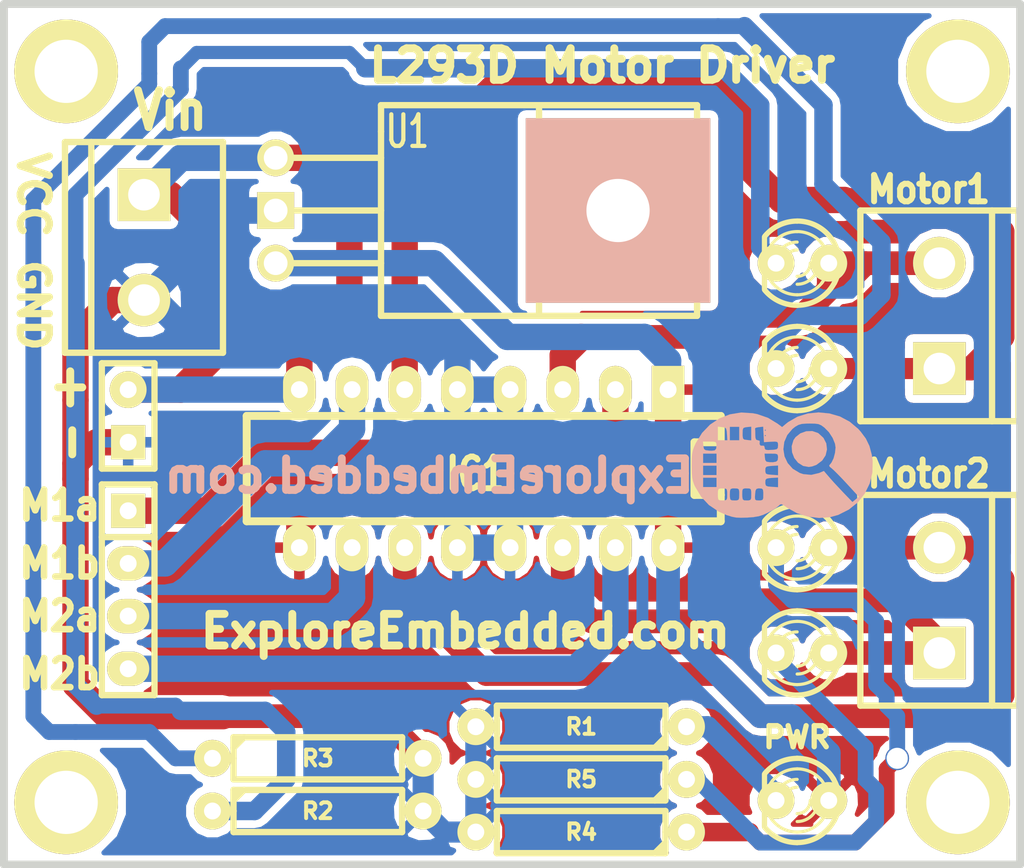
<source format=kicad_pcb>
(kicad_pcb (version 4) (host pcbnew "(2015-01-16 BZR 5376)-product")

  (general
    (links 32)
    (no_connects 0)
    (area 72.559499 50.809499 121.940501 92.690501)
    (thickness 1.6002)
    (drawings 19)
    (tracks 190)
    (zones 0)
    (modules 22)
    (nets 17)
  )

  (page A4)
  (title_block
    (date "5 jun 2015")
  )

  (layers
    (0 Front signal)
    (31 Back signal)
    (32 B.Adhes user)
    (33 F.Adhes user)
    (34 B.Paste user)
    (35 F.Paste user)
    (36 B.SilkS user)
    (37 F.SilkS user)
    (38 B.Mask user)
    (39 F.Mask user)
    (40 Dwgs.User user)
    (41 Cmts.User user)
    (42 Eco1.User user)
    (43 Eco2.User user)
    (44 Edge.Cuts user)
  )

  (setup
    (last_trace_width 0.2032)
    (user_trace_width 0.635)
    (user_trace_width 0.762)
    (user_trace_width 0.889)
    (user_trace_width 1.016)
    (user_trace_width 1.143)
    (user_trace_width 1.27)
    (trace_clearance 0.381)
    (zone_clearance 0.254)
    (zone_45_only no)
    (trace_min 0.2032)
    (segment_width 0.381)
    (edge_width 0.381)
    (via_size 0.889)
    (via_drill 0.635)
    (via_min_size 0.889)
    (via_min_drill 0.508)
    (user_via 1.143 1.016)
    (uvia_size 0.508)
    (uvia_drill 0.127)
    (uvias_allowed no)
    (uvia_min_size 0.508)
    (uvia_min_drill 0.127)
    (pcb_text_width 0.3048)
    (pcb_text_size 1.524 2.032)
    (mod_edge_width 0.381)
    (mod_text_size 1.524 1.524)
    (mod_text_width 0.3048)
    (pad_size 5 5)
    (pad_drill 3.048)
    (pad_to_mask_clearance 0.254)
    (aux_axis_origin 0 0)
    (visible_elements 7FFFFBFF)
    (pcbplotparams
      (layerselection 0x00030_80000001)
      (usegerberextensions true)
      (excludeedgelayer true)
      (linewidth 0.150000)
      (plotframeref false)
      (viasonmask false)
      (mode 1)
      (useauxorigin false)
      (hpglpennumber 1)
      (hpglpenspeed 20)
      (hpglpendiameter 15)
      (hpglpenoverlay 0)
      (psnegative false)
      (psa4output false)
      (plotreference true)
      (plotvalue true)
      (plotinvisibletext false)
      (padsonsilk false)
      (subtractmaskfromsilk false)
      (outputformat 1)
      (mirror false)
      (drillshape 1)
      (scaleselection 1)
      (outputdirectory ""))
  )

  (net 0 "")
  (net 1 /+5v)
  (net 2 /M1a)
  (net 3 /M1b)
  (net 4 /M2a)
  (net 5 /M2b)
  (net 6 /VCC1)
  (net 7 GND)
  (net 8 N-0000010)
  (net 9 N-000002)
  (net 10 N-000003)
  (net 11 N-000004)
  (net 12 N-000005)
  (net 13 N-000006)
  (net 14 N-000007)
  (net 15 N-000008)
  (net 16 N-000009)

  (net_class Default "This is the default net class."
    (clearance 0.381)
    (trace_width 0.2032)
    (via_dia 0.889)
    (via_drill 0.635)
    (uvia_dia 0.508)
    (uvia_drill 0.127)
    (add_net /+5v)
    (add_net /M1a)
    (add_net /M1b)
    (add_net /M2a)
    (add_net /M2b)
    (add_net /VCC1)
    (add_net GND)
    (add_net N-0000010)
    (add_net N-000002)
    (add_net N-000003)
    (add_net N-000004)
    (add_net N-000005)
    (add_net N-000006)
    (add_net N-000007)
    (add_net N-000008)
    (add_net N-000009)
  )

  (module 1pin (layer Front) (tedit 57906CF6) (tstamp 51DA6DAA)
    (at 75.75 89.5)
    (descr "module 1 pin (ou trou mecanique de percage)")
    (tags DEV)
    (path /51DA6D6F)
    (fp_text reference P9 (at 0 -3.048) (layer F.SilkS) hide
      (effects (font (size 1.016 1.016) (thickness 0.254)))
    )
    (fp_text value CONN_1 (at 0.75 -3.25) (layer F.SilkS) hide
      (effects (font (size 1.016 1.016) (thickness 0.254)))
    )
    (pad "" thru_hole circle (at 0 0) (size 5 5) (drill 3.048) (layers *.Cu *.Mask F.SilkS))
  )

  (module 1pin (layer Front) (tedit 57906CE4) (tstamp 51DA6DA4)
    (at 118.75 89.5)
    (descr "module 1 pin (ou trou mecanique de percage)")
    (tags DEV)
    (path /51DA6D61)
    (fp_text reference P5 (at 0 -3.048) (layer F.SilkS) hide
      (effects (font (size 1.016 1.016) (thickness 0.254)))
    )
    (fp_text value CONN_1 (at -0.25 -3.75) (layer F.SilkS) hide
      (effects (font (size 1.016 1.016) (thickness 0.254)))
    )
    (pad "" thru_hole circle (at 0 0) (size 5 5) (drill 3.048) (layers *.Cu *.Mask F.SilkS))
  )

  (module 1pin (layer Front) (tedit 57906CD1) (tstamp 51DA6DA6)
    (at 118.75 54.25)
    (descr "module 1 pin (ou trou mecanique de percage)")
    (tags DEV)
    (path /51DA6D6C)
    (fp_text reference P7 (at -3.5 0.25) (layer F.SilkS) hide
      (effects (font (size 1.016 1.016) (thickness 0.254)))
    )
    (fp_text value CONN_1 (at 0 2.794) (layer F.SilkS) hide
      (effects (font (size 1.016 1.016) (thickness 0.254)))
    )
    (pad "" thru_hole circle (at 0 0) (size 5 5) (drill 3.048) (layers *.Cu *.Mask F.SilkS))
  )

  (module 1pin (layer Front) (tedit 57906CC0) (tstamp 51DA6DA8)
    (at 75.75 54.25)
    (descr "module 1 pin (ou trou mecanique de percage)")
    (tags DEV)
    (path /51DA6D6E)
    (fp_text reference P8 (at 3.5 0) (layer F.SilkS) hide
      (effects (font (size 1.016 1.016) (thickness 0.254)))
    )
    (fp_text value CONN_1 (at 0 2.794) (layer F.SilkS) hide
      (effects (font (size 1.016 1.016) (thickness 0.254)))
    )
    (pad "" thru_hole circle (at 0 0) (size 5 5) (drill 3.048) (layers *.Cu *.Mask F.SilkS))
  )

  (module SIL-4 (layer Front) (tedit 540E7FFE) (tstamp 5138FB99)
    (at 78.74 79.248 270)
    (descr "Connecteur 4 pibs")
    (tags "CONN DEV")
    (path /5138F929)
    (fp_text reference P3 (at 0 -2.54 270) (layer F.SilkS) hide
      (effects (font (size 1.73482 1.08712) (thickness 0.27178)))
    )
    (fp_text value CONN_4 (at 0 -2.54 270) (layer F.SilkS) hide
      (effects (font (size 1.524 1.016) (thickness 0.254)))
    )
    (fp_line (start -5.08 -1.27) (end -5.08 -1.27) (layer F.SilkS) (width 0.3048))
    (fp_line (start -5.08 1.27) (end -5.08 -1.27) (layer F.SilkS) (width 0.3048))
    (fp_line (start -5.08 -1.27) (end -5.08 -1.27) (layer F.SilkS) (width 0.3048))
    (fp_line (start -5.08 -1.27) (end 5.08 -1.27) (layer F.SilkS) (width 0.3048))
    (fp_line (start 5.08 -1.27) (end 5.08 1.27) (layer F.SilkS) (width 0.3048))
    (fp_line (start 5.08 1.27) (end -5.08 1.27) (layer F.SilkS) (width 0.3048))
    (fp_line (start -2.54 1.27) (end -2.54 -1.27) (layer F.SilkS) (width 0.3048))
    (pad 1 thru_hole rect (at -3.81 0 270) (size 1.651 1.651) (drill 0.8128) (layers *.Cu *.Mask F.SilkS)
      (net 2 /M1a))
    (pad 2 thru_hole oval (at -1.27 0 270) (size 1.651 2.032) (drill 0.8128) (layers *.Cu *.Mask F.SilkS)
      (net 3 /M1b))
    (pad 3 thru_hole oval (at 1.27 0 270) (size 1.651 2.032) (drill 0.8128) (layers *.Cu *.Mask F.SilkS)
      (net 4 /M2a))
    (pad 4 thru_hole oval (at 3.81 0 270) (size 1.651 2.032) (drill 0.8128) (layers *.Cu *.Mask F.SilkS)
      (net 5 /M2b))
    (model pin_array\pins_array_4x1.wrl
      (at (xyz 0 0 0))
      (scale (xyz 1 1 1))
      (rotate (xyz 0 0 0))
    )
  )

  (module DIP-16__300_ELL (layer Front) (tedit 5438D897) (tstamp 5138FB9A)
    (at 95.885 73.406 180)
    (descr "16 pins DIL package, elliptical pads")
    (tags DIL)
    (path /5138F65E)
    (fp_text reference IC1 (at 0.381 -0.254 180) (layer F.SilkS)
      (effects (font (size 1.524 1.143) (thickness 0.28702)))
    )
    (fp_text value L293D (at 1.27 1.27 180) (layer F.SilkS) hide
      (effects (font (size 1.524 1.143) (thickness 0.28575)))
    )
    (fp_line (start -11.43 -1.27) (end -11.43 -1.27) (layer F.SilkS) (width 0.381))
    (fp_line (start -11.43 -1.27) (end -10.16 -1.27) (layer F.SilkS) (width 0.381))
    (fp_line (start -10.16 -1.27) (end -10.16 1.27) (layer F.SilkS) (width 0.381))
    (fp_line (start -10.16 1.27) (end -11.43 1.27) (layer F.SilkS) (width 0.381))
    (fp_line (start -11.43 -2.54) (end 11.43 -2.54) (layer F.SilkS) (width 0.381))
    (fp_line (start 11.43 -2.54) (end 11.43 2.54) (layer F.SilkS) (width 0.381))
    (fp_line (start 11.43 2.54) (end -11.43 2.54) (layer F.SilkS) (width 0.381))
    (fp_line (start -11.43 2.54) (end -11.43 -2.54) (layer F.SilkS) (width 0.381))
    (pad 1 thru_hole rect (at -8.89 3.81 180) (size 1.5748 2.286) (drill 0.8128) (layers *.Cu *.Mask F.SilkS)
      (net 1 /+5v))
    (pad 2 thru_hole oval (at -6.35 3.81 180) (size 1.5748 2.286) (drill 0.8128) (layers *.Cu *.Mask F.SilkS)
      (net 2 /M1a))
    (pad 3 thru_hole oval (at -3.81 3.81 180) (size 1.5748 2.286) (drill 0.8128) (layers *.Cu *.Mask F.SilkS)
      (net 15 N-000008))
    (pad 4 thru_hole oval (at -1.27 3.81 180) (size 1.5748 2.286) (drill 0.8128) (layers *.Cu *.Mask F.SilkS)
      (net 7 GND))
    (pad 5 thru_hole oval (at 1.27 3.81 180) (size 1.5748 2.286) (drill 0.8128) (layers *.Cu *.Mask F.SilkS)
      (net 7 GND))
    (pad 6 thru_hole oval (at 3.81 3.81 180) (size 1.5748 2.286) (drill 0.8128) (layers *.Cu *.Mask F.SilkS)
      (net 8 N-0000010))
    (pad 7 thru_hole oval (at 6.35 3.81 180) (size 1.5748 2.286) (drill 0.8128) (layers *.Cu *.Mask F.SilkS)
      (net 3 /M1b))
    (pad 8 thru_hole oval (at 8.89 3.81 180) (size 1.5748 2.286) (drill 0.8128) (layers *.Cu *.Mask F.SilkS)
      (net 6 /VCC1))
    (pad 9 thru_hole oval (at 8.89 -3.81 180) (size 1.5748 2.286) (drill 0.8128) (layers *.Cu *.Mask F.SilkS)
      (net 1 /+5v))
    (pad 10 thru_hole oval (at 6.35 -3.81 180) (size 1.5748 2.286) (drill 0.8128) (layers *.Cu *.Mask F.SilkS)
      (net 4 /M2a))
    (pad 11 thru_hole oval (at 3.81 -3.81 180) (size 1.5748 2.286) (drill 0.8128) (layers *.Cu *.Mask F.SilkS)
      (net 16 N-000009))
    (pad 12 thru_hole oval (at 1.27 -3.81 180) (size 1.5748 2.286) (drill 0.8128) (layers *.Cu *.Mask F.SilkS)
      (net 7 GND))
    (pad 13 thru_hole oval (at -1.27 -3.81 180) (size 1.5748 2.286) (drill 0.8128) (layers *.Cu *.Mask F.SilkS)
      (net 7 GND))
    (pad 14 thru_hole oval (at -3.81 -3.81 180) (size 1.5748 2.286) (drill 0.8128) (layers *.Cu *.Mask F.SilkS)
      (net 11 N-000004))
    (pad 15 thru_hole oval (at -6.35 -3.81 180) (size 1.5748 2.286) (drill 0.8128) (layers *.Cu *.Mask F.SilkS)
      (net 5 /M2b))
    (pad 16 thru_hole oval (at -8.89 -3.81 180) (size 1.5748 2.286) (drill 0.8128) (layers *.Cu *.Mask F.SilkS)
      (net 1 /+5v))
    (model dil/dil_16.wrl
      (at (xyz 0 0 0))
      (scale (xyz 1 1 1))
      (rotate (xyz 0 0 0))
    )
  )

  (module bornier2 (layer Front) (tedit 5438DCB2) (tstamp 5138FB9B)
    (at 117.856 66.04 90)
    (descr "Bornier d'alimentation 2 pins")
    (tags DEV)
    (path /5138F65B)
    (fp_text reference P1 (at 0 -5.08 90) (layer F.SilkS) hide
      (effects (font (thickness 0.3048)))
    )
    (fp_text value Motar1 (at 0 2.54 90) (layer F.SilkS) hide
      (effects (font (thickness 0.3048)))
    )
    (fp_line (start 5.08 2.54) (end -5.08 2.54) (layer F.SilkS) (width 0.3048))
    (fp_line (start 5.08 3.81) (end 5.08 -3.81) (layer F.SilkS) (width 0.3048))
    (fp_line (start 5.08 -3.81) (end -5.08 -3.81) (layer F.SilkS) (width 0.3048))
    (fp_line (start -5.08 -3.81) (end -5.08 3.81) (layer F.SilkS) (width 0.3048))
    (fp_line (start -5.08 3.81) (end 5.08 3.81) (layer F.SilkS) (width 0.3048))
    (pad 1 thru_hole rect (at -2.54 0 90) (size 2.54 2.54) (drill 1.524) (layers *.Cu *.Mask F.SilkS)
      (net 8 N-0000010))
    (pad 2 thru_hole circle (at 2.54 0 90) (size 2.54 2.54) (drill 1.524) (layers *.Cu *.Mask F.SilkS)
      (net 15 N-000008))
    (model device/bornier_2.wrl
      (at (xyz 0 0 0))
      (scale (xyz 1 1 1))
      (rotate (xyz 0 0 0))
    )
  )

  (module bornier2 (layer Front) (tedit 5438DCBB) (tstamp 5138FB9D)
    (at 117.856 79.756 90)
    (descr "Bornier d'alimentation 2 pins")
    (tags DEV)
    (path /5138F65A)
    (fp_text reference P2 (at 0 -5.08 90) (layer F.SilkS) hide
      (effects (font (thickness 0.3048)))
    )
    (fp_text value motar2 (at -0.508 2.54 90) (layer F.SilkS) hide
      (effects (font (thickness 0.3048)))
    )
    (fp_line (start 5.08 2.54) (end -5.08 2.54) (layer F.SilkS) (width 0.3048))
    (fp_line (start 5.08 3.81) (end 5.08 -3.81) (layer F.SilkS) (width 0.3048))
    (fp_line (start 5.08 -3.81) (end -5.08 -3.81) (layer F.SilkS) (width 0.3048))
    (fp_line (start -5.08 -3.81) (end -5.08 3.81) (layer F.SilkS) (width 0.3048))
    (fp_line (start -5.08 3.81) (end 5.08 3.81) (layer F.SilkS) (width 0.3048))
    (pad 1 thru_hole rect (at -2.54 0 90) (size 2.54 2.54) (drill 1.524) (layers *.Cu *.Mask F.SilkS)
      (net 11 N-000004))
    (pad 2 thru_hole circle (at 2.54 0 90) (size 2.54 2.54) (drill 1.524) (layers *.Cu *.Mask F.SilkS)
      (net 16 N-000009))
    (model device/bornier_2.wrl
      (at (xyz 0 0 0))
      (scale (xyz 1 1 1))
      (rotate (xyz 0 0 0))
    )
  )

  (module bornier2 (layer Front) (tedit 540E7FF6) (tstamp 5138FB9F)
    (at 79.502 62.738 270)
    (descr "Bornier d'alimentation 2 pins")
    (tags DEV)
    (path /5138F80A)
    (fp_text reference P4 (at 0 -5.08 270) (layer F.SilkS) hide
      (effects (font (thickness 0.3048)))
    )
    (fp_text value CONN_2 (at 0 5.08 270) (layer F.SilkS) hide
      (effects (font (thickness 0.3048)))
    )
    (fp_line (start 5.08 2.54) (end -5.08 2.54) (layer F.SilkS) (width 0.3048))
    (fp_line (start 5.08 3.81) (end 5.08 -3.81) (layer F.SilkS) (width 0.3048))
    (fp_line (start 5.08 -3.81) (end -5.08 -3.81) (layer F.SilkS) (width 0.3048))
    (fp_line (start -5.08 -3.81) (end -5.08 3.81) (layer F.SilkS) (width 0.3048))
    (fp_line (start -5.08 3.81) (end 5.08 3.81) (layer F.SilkS) (width 0.3048))
    (pad 1 thru_hole rect (at -2.54 0 270) (size 2.54 2.54) (drill 1.524) (layers *.Cu *.Mask F.SilkS)
      (net 6 /VCC1))
    (pad 2 thru_hole circle (at 2.54 0 270) (size 2.54 2.54) (drill 1.524) (layers *.Cu *.Mask F.SilkS)
      (net 7 GND))
    (model device/bornier_2.wrl
      (at (xyz 0 0 0))
      (scale (xyz 1 1 1))
      (rotate (xyz 0 0 0))
    )
  )

  (module LM78XX (layer Front) (tedit 57906BCA) (tstamp 51CD2B6B)
    (at 85.852 60.96)
    (descr "Regulateur TO220 serie LM78xx")
    (tags "TR TO220")
    (path /51CD2253)
    (fp_text reference U1 (at 6.35 -3.81 180) (layer F.SilkS)
      (effects (font (size 1.524 1.016) (thickness 0.2032)))
    )
    (fp_text value LM7805 (at 10.668 0.127 90) (layer F.SilkS) hide
      (effects (font (size 1.524 1.016) (thickness 0.2032)))
    )
    (fp_line (start 0 -2.54) (end 5.08 -2.54) (layer F.SilkS) (width 0.3048))
    (fp_line (start 0 0) (end 5.08 0) (layer F.SilkS) (width 0.3048))
    (fp_line (start 0 2.54) (end 5.08 2.54) (layer F.SilkS) (width 0.3048))
    (fp_line (start 5.08 -3.81) (end 5.08 5.08) (layer F.SilkS) (width 0.3048))
    (fp_line (start 5.08 5.08) (end 20.32 5.08) (layer F.SilkS) (width 0.3048))
    (fp_line (start 20.32 5.08) (end 20.32 -5.08) (layer F.SilkS) (width 0.3048))
    (fp_line (start 5.08 -3.81) (end 5.08 -5.08) (layer F.SilkS) (width 0.3048))
    (fp_line (start 12.7 3.81) (end 12.7 -5.08) (layer F.SilkS) (width 0.3048))
    (fp_line (start 12.7 3.81) (end 12.7 5.08) (layer F.SilkS) (width 0.3048))
    (fp_line (start 5.08 -5.08) (end 20.32 -5.08) (layer F.SilkS) (width 0.3048))
    (pad 4 thru_hole rect (at 16.51 0) (size 8.89 8.89) (drill 3.048) (layers *.Cu *.SilkS *.Mask))
    (pad VI thru_hole circle (at 0 -2.54) (size 1.778 1.778) (drill 1.143) (layers *.Cu *.Mask F.SilkS))
    (pad GND thru_hole rect (at 0 0) (size 1.778 1.778) (drill 1.143) (layers *.Cu *.Mask F.SilkS))
    (pad VO thru_hole circle (at 0 2.54) (size 1.778 1.778) (drill 1.143) (layers *.Cu *.Mask F.SilkS))
    (model discret/to220_horiz.wrl
      (at (xyz 0 0 0))
      (scale (xyz 1 1 1))
      (rotate (xyz 0 0 0))
    )
  )

  (module SIL-2 (layer Front) (tedit 540E7D53) (tstamp 51CD3C16)
    (at 78.74 70.866 90)
    (descr "Connecteurs 2 pins")
    (tags "CONN DEV")
    (path /51CD3BBC)
    (fp_text reference P6 (at 0 -2.54 90) (layer F.SilkS) hide
      (effects (font (size 1.72974 1.08712) (thickness 0.27178)))
    )
    (fp_text value CONN_2 (at 0 -2.54 90) (layer F.SilkS) hide
      (effects (font (size 1.524 1.016) (thickness 0.254)))
    )
    (fp_line (start -2.54 1.27) (end -2.54 -1.27) (layer F.SilkS) (width 0.3048))
    (fp_line (start -2.54 -1.27) (end 2.54 -1.27) (layer F.SilkS) (width 0.3048))
    (fp_line (start 2.54 -1.27) (end 2.54 1.27) (layer F.SilkS) (width 0.3048))
    (fp_line (start 2.54 1.27) (end -2.54 1.27) (layer F.SilkS) (width 0.3048))
    (pad 1 thru_hole rect (at -1.27 0 90) (size 1.651 1.651) (drill 0.8128) (layers *.Cu *.Mask F.SilkS)
      (net 7 GND))
    (pad 2 thru_hole circle (at 1.27 0 90) (size 1.778 1.778) (drill 0.8128) (layers *.Cu *.Mask F.SilkS)
      (net 6 /VCC1))
    (model pin_array\pins_array_2x1.wrl
      (at (xyz 0 0 0))
      (scale (xyz 1 1 1))
      (rotate (xyz 0 0 0))
    )
  )

  (module R4 (layer Front) (tedit 57906C30) (tstamp 51DA6CE4)
    (at 100.584 85.852 180)
    (descr "Resitance 4 pas")
    (tags R)
    (path /51DA6C5E)
    (autoplace_cost180 10)
    (fp_text reference R1 (at 0 0 180) (layer F.SilkS)
      (effects (font (size 0.762 0.762) (thickness 0.1905)))
    )
    (fp_text value 470 (at 0 0 180) (layer F.SilkS) hide
      (effects (font (size 1.397 1.27) (thickness 0.2032)))
    )
    (fp_line (start -5.08 0) (end -4.064 0) (layer F.SilkS) (width 0.3048))
    (fp_line (start -4.064 0) (end -4.064 -1.016) (layer F.SilkS) (width 0.3048))
    (fp_line (start -4.064 -1.016) (end 4.064 -1.016) (layer F.SilkS) (width 0.3048))
    (fp_line (start 4.064 -1.016) (end 4.064 1.016) (layer F.SilkS) (width 0.3048))
    (fp_line (start 4.064 1.016) (end -4.064 1.016) (layer F.SilkS) (width 0.3048))
    (fp_line (start -4.064 1.016) (end -4.064 0) (layer F.SilkS) (width 0.3048))
    (fp_line (start -4.064 -0.508) (end -3.556 -1.016) (layer F.SilkS) (width 0.3048))
    (fp_line (start 5.08 0) (end 4.064 0) (layer F.SilkS) (width 0.3048))
    (pad 1 thru_hole circle (at -5.08 0 180) (size 1.778 1.778) (drill 0.8128) (layers *.Cu *.Mask F.SilkS)
      (net 9 N-000002))
    (pad 2 thru_hole circle (at 5.08 0 180) (size 1.778 1.778) (drill 0.8128) (layers *.Cu *.Mask F.SilkS)
      (net 7 GND))
    (model discret/resistor.wrl
      (at (xyz 0 0 0))
      (scale (xyz 0.4 0.4 0.4))
      (rotate (xyz 0 0 0))
    )
  )

  (module LED-3MM (layer Front) (tedit 540E7FE4) (tstamp 51DA6CE5)
    (at 111.252 89.408 180)
    (descr "LED 3mm - Lead pitch 100mil (2,54mm)")
    (tags "LED led 3mm 3MM 100mil 2,54mm")
    (path /51DA6C19)
    (fp_text reference D1 (at 0 -2.54 180) (layer F.SilkS) hide
      (effects (font (size 0.762 0.762) (thickness 0.0889)))
    )
    (fp_text value LED (at -3.302 0 180) (layer F.SilkS) hide
      (effects (font (size 0.762 0.762) (thickness 0.0889)))
    )
    (fp_line (start 1.8288 1.27) (end 1.8288 -1.27) (layer F.SilkS) (width 0.254))
    (fp_arc (start 0.254 0) (end -1.27 0) (angle 39.8) (layer F.SilkS) (width 0.1524))
    (fp_arc (start 0.254 0) (end -0.88392 1.01092) (angle 41.6) (layer F.SilkS) (width 0.1524))
    (fp_arc (start 0.254 0) (end 1.4097 -0.9906) (angle 40.6) (layer F.SilkS) (width 0.1524))
    (fp_arc (start 0.254 0) (end 1.778 0) (angle 39.8) (layer F.SilkS) (width 0.1524))
    (fp_arc (start 0.254 0) (end 0.254 -1.524) (angle 54.4) (layer F.SilkS) (width 0.1524))
    (fp_arc (start 0.254 0) (end -0.9652 -0.9144) (angle 53.1) (layer F.SilkS) (width 0.1524))
    (fp_arc (start 0.254 0) (end 1.45542 0.93472) (angle 52.1) (layer F.SilkS) (width 0.1524))
    (fp_arc (start 0.254 0) (end 0.254 1.524) (angle 52.1) (layer F.SilkS) (width 0.1524))
    (fp_arc (start 0.254 0) (end -0.381 0) (angle 90) (layer F.SilkS) (width 0.1524))
    (fp_arc (start 0.254 0) (end -0.762 0) (angle 90) (layer F.SilkS) (width 0.1524))
    (fp_arc (start 0.254 0) (end 0.889 0) (angle 90) (layer F.SilkS) (width 0.1524))
    (fp_arc (start 0.254 0) (end 1.27 0) (angle 90) (layer F.SilkS) (width 0.1524))
    (fp_arc (start 0.254 0) (end 0.254 -2.032) (angle 50.1) (layer F.SilkS) (width 0.254))
    (fp_arc (start 0.254 0) (end -1.5367 -0.95504) (angle 61.9) (layer F.SilkS) (width 0.254))
    (fp_arc (start 0.254 0) (end 1.8034 1.31064) (angle 49.7) (layer F.SilkS) (width 0.254))
    (fp_arc (start 0.254 0) (end 0.254 2.032) (angle 60.2) (layer F.SilkS) (width 0.254))
    (fp_arc (start 0.254 0) (end -1.778 0) (angle 28.3) (layer F.SilkS) (width 0.254))
    (fp_arc (start 0.254 0) (end -1.47574 1.06426) (angle 31.6) (layer F.SilkS) (width 0.254))
    (pad 1 thru_hole circle (at -1.27 0 180) (size 1.778 1.778) (drill 0.8128) (layers *.Cu *.Mask F.SilkS)
      (net 1 /+5v))
    (pad 2 thru_hole circle (at 1.27 0 180) (size 1.778 1.778) (drill 0.8128) (layers *.Cu *.Mask F.SilkS)
      (net 9 N-000002))
    (model discret/leds/led3_vertical_verde.wrl
      (at (xyz 0 0 0))
      (scale (xyz 1 1 1))
      (rotate (xyz 0 0 0))
    )
  )

  (module R4 (layer Front) (tedit 57906C3E) (tstamp 52A365CC)
    (at 100.584 88.392 180)
    (descr "Resitance 4 pas")
    (tags R)
    (path /52A362D0)
    (autoplace_cost180 10)
    (fp_text reference R5 (at 0 0 180) (layer F.SilkS)
      (effects (font (size 0.762 0.762) (thickness 0.1905)))
    )
    (fp_text value 470 (at 0 0 180) (layer F.SilkS) hide
      (effects (font (size 1.397 1.27) (thickness 0.2032)))
    )
    (fp_line (start -5.08 0) (end -4.064 0) (layer F.SilkS) (width 0.3048))
    (fp_line (start -4.064 0) (end -4.064 -1.016) (layer F.SilkS) (width 0.3048))
    (fp_line (start -4.064 -1.016) (end 4.064 -1.016) (layer F.SilkS) (width 0.3048))
    (fp_line (start 4.064 -1.016) (end 4.064 1.016) (layer F.SilkS) (width 0.3048))
    (fp_line (start 4.064 1.016) (end -4.064 1.016) (layer F.SilkS) (width 0.3048))
    (fp_line (start -4.064 1.016) (end -4.064 0) (layer F.SilkS) (width 0.3048))
    (fp_line (start -4.064 -0.508) (end -3.556 -1.016) (layer F.SilkS) (width 0.3048))
    (fp_line (start 5.08 0) (end 4.064 0) (layer F.SilkS) (width 0.3048))
    (pad 1 thru_hole circle (at -5.08 0 180) (size 1.778 1.778) (drill 0.8128) (layers *.Cu *.Mask F.SilkS)
      (net 10 N-000003))
    (pad 2 thru_hole circle (at 5.08 0 180) (size 1.778 1.778) (drill 0.8128) (layers *.Cu *.Mask F.SilkS)
      (net 7 GND))
    (model discret/resistor.wrl
      (at (xyz 0 0 0))
      (scale (xyz 0.4 0.4 0.4))
      (rotate (xyz 0 0 0))
    )
  )

  (module R4 (layer Front) (tedit 57906C45) (tstamp 52A365DA)
    (at 100.584 90.932 180)
    (descr "Resitance 4 pas")
    (tags R)
    (path /52A362DF)
    (autoplace_cost180 10)
    (fp_text reference R4 (at 0 0 180) (layer F.SilkS)
      (effects (font (size 0.762 0.762) (thickness 0.1905)))
    )
    (fp_text value 470 (at 0 0 180) (layer F.SilkS) hide
      (effects (font (size 1.397 1.27) (thickness 0.2032)))
    )
    (fp_line (start -5.08 0) (end -4.064 0) (layer F.SilkS) (width 0.3048))
    (fp_line (start -4.064 0) (end -4.064 -1.016) (layer F.SilkS) (width 0.3048))
    (fp_line (start -4.064 -1.016) (end 4.064 -1.016) (layer F.SilkS) (width 0.3048))
    (fp_line (start 4.064 -1.016) (end 4.064 1.016) (layer F.SilkS) (width 0.3048))
    (fp_line (start 4.064 1.016) (end -4.064 1.016) (layer F.SilkS) (width 0.3048))
    (fp_line (start -4.064 1.016) (end -4.064 0) (layer F.SilkS) (width 0.3048))
    (fp_line (start -4.064 -0.508) (end -3.556 -1.016) (layer F.SilkS) (width 0.3048))
    (fp_line (start 5.08 0) (end 4.064 0) (layer F.SilkS) (width 0.3048))
    (pad 1 thru_hole circle (at -5.08 0 180) (size 1.778 1.778) (drill 0.8128) (layers *.Cu *.Mask F.SilkS)
      (net 12 N-000005))
    (pad 2 thru_hole circle (at 5.08 0 180) (size 1.778 1.778) (drill 0.8128) (layers *.Cu *.Mask F.SilkS)
      (net 7 GND))
    (model discret/resistor.wrl
      (at (xyz 0 0 0))
      (scale (xyz 0.4 0.4 0.4))
      (rotate (xyz 0 0 0))
    )
  )

  (module R4 (layer Front) (tedit 57906C21) (tstamp 52A3733F)
    (at 87.884 87.376)
    (descr "Resitance 4 pas")
    (tags R)
    (path /52A362EE)
    (autoplace_cost180 10)
    (fp_text reference R3 (at 0 0) (layer F.SilkS)
      (effects (font (size 0.762 0.762) (thickness 0.1905)))
    )
    (fp_text value 470 (at 0 0) (layer F.SilkS) hide
      (effects (font (size 1.397 1.27) (thickness 0.2032)))
    )
    (fp_line (start -5.08 0) (end -4.064 0) (layer F.SilkS) (width 0.3048))
    (fp_line (start -4.064 0) (end -4.064 -1.016) (layer F.SilkS) (width 0.3048))
    (fp_line (start -4.064 -1.016) (end 4.064 -1.016) (layer F.SilkS) (width 0.3048))
    (fp_line (start 4.064 -1.016) (end 4.064 1.016) (layer F.SilkS) (width 0.3048))
    (fp_line (start 4.064 1.016) (end -4.064 1.016) (layer F.SilkS) (width 0.3048))
    (fp_line (start -4.064 1.016) (end -4.064 0) (layer F.SilkS) (width 0.3048))
    (fp_line (start -4.064 -0.508) (end -3.556 -1.016) (layer F.SilkS) (width 0.3048))
    (fp_line (start 5.08 0) (end 4.064 0) (layer F.SilkS) (width 0.3048))
    (pad 1 thru_hole circle (at -5.08 0) (size 1.778 1.778) (drill 0.8128) (layers *.Cu *.Mask F.SilkS)
      (net 13 N-000006))
    (pad 2 thru_hole circle (at 5.08 0) (size 1.778 1.778) (drill 0.8128) (layers *.Cu *.Mask F.SilkS)
      (net 7 GND))
    (model discret/resistor.wrl
      (at (xyz 0 0 0))
      (scale (xyz 0.4 0.4 0.4))
      (rotate (xyz 0 0 0))
    )
  )

  (module R4 (layer Front) (tedit 57906C28) (tstamp 52A37330)
    (at 87.884 89.916)
    (descr "Resitance 4 pas")
    (tags R)
    (path /52A362FD)
    (autoplace_cost180 10)
    (fp_text reference R2 (at 0 0) (layer F.SilkS)
      (effects (font (size 0.762 0.762) (thickness 0.1905)))
    )
    (fp_text value 470 (at 0 0) (layer F.SilkS) hide
      (effects (font (size 1.397 1.27) (thickness 0.2032)))
    )
    (fp_line (start -5.08 0) (end -4.064 0) (layer F.SilkS) (width 0.3048))
    (fp_line (start -4.064 0) (end -4.064 -1.016) (layer F.SilkS) (width 0.3048))
    (fp_line (start -4.064 -1.016) (end 4.064 -1.016) (layer F.SilkS) (width 0.3048))
    (fp_line (start 4.064 -1.016) (end 4.064 1.016) (layer F.SilkS) (width 0.3048))
    (fp_line (start 4.064 1.016) (end -4.064 1.016) (layer F.SilkS) (width 0.3048))
    (fp_line (start -4.064 1.016) (end -4.064 0) (layer F.SilkS) (width 0.3048))
    (fp_line (start -4.064 -0.508) (end -3.556 -1.016) (layer F.SilkS) (width 0.3048))
    (fp_line (start 5.08 0) (end 4.064 0) (layer F.SilkS) (width 0.3048))
    (pad 1 thru_hole circle (at -5.08 0) (size 1.778 1.778) (drill 0.8128) (layers *.Cu *.Mask F.SilkS)
      (net 14 N-000007))
    (pad 2 thru_hole circle (at 5.08 0) (size 1.778 1.778) (drill 0.8128) (layers *.Cu *.Mask F.SilkS)
      (net 7 GND))
    (model discret/resistor.wrl
      (at (xyz 0 0 0))
      (scale (xyz 0.4 0.4 0.4))
      (rotate (xyz 0 0 0))
    )
  )

  (module LED-3MM (layer Front) (tedit 540E7FCD) (tstamp 52A3660F)
    (at 111.252 63.5 180)
    (descr "LED 3mm - Lead pitch 100mil (2,54mm)")
    (tags "LED led 3mm 3MM 100mil 2,54mm")
    (path /52A3630C)
    (fp_text reference D2 (at 1.778 -2.794 270) (layer F.SilkS) hide
      (effects (font (size 0.762 0.762) (thickness 0.0889)))
    )
    (fp_text value LED (at 0 2.54 180) (layer F.SilkS) hide
      (effects (font (size 0.762 0.762) (thickness 0.0889)))
    )
    (fp_line (start 1.8288 1.27) (end 1.8288 -1.27) (layer F.SilkS) (width 0.254))
    (fp_arc (start 0.254 0) (end -1.27 0) (angle 39.8) (layer F.SilkS) (width 0.1524))
    (fp_arc (start 0.254 0) (end -0.88392 1.01092) (angle 41.6) (layer F.SilkS) (width 0.1524))
    (fp_arc (start 0.254 0) (end 1.4097 -0.9906) (angle 40.6) (layer F.SilkS) (width 0.1524))
    (fp_arc (start 0.254 0) (end 1.778 0) (angle 39.8) (layer F.SilkS) (width 0.1524))
    (fp_arc (start 0.254 0) (end 0.254 -1.524) (angle 54.4) (layer F.SilkS) (width 0.1524))
    (fp_arc (start 0.254 0) (end -0.9652 -0.9144) (angle 53.1) (layer F.SilkS) (width 0.1524))
    (fp_arc (start 0.254 0) (end 1.45542 0.93472) (angle 52.1) (layer F.SilkS) (width 0.1524))
    (fp_arc (start 0.254 0) (end 0.254 1.524) (angle 52.1) (layer F.SilkS) (width 0.1524))
    (fp_arc (start 0.254 0) (end -0.381 0) (angle 90) (layer F.SilkS) (width 0.1524))
    (fp_arc (start 0.254 0) (end -0.762 0) (angle 90) (layer F.SilkS) (width 0.1524))
    (fp_arc (start 0.254 0) (end 0.889 0) (angle 90) (layer F.SilkS) (width 0.1524))
    (fp_arc (start 0.254 0) (end 1.27 0) (angle 90) (layer F.SilkS) (width 0.1524))
    (fp_arc (start 0.254 0) (end 0.254 -2.032) (angle 50.1) (layer F.SilkS) (width 0.254))
    (fp_arc (start 0.254 0) (end -1.5367 -0.95504) (angle 61.9) (layer F.SilkS) (width 0.254))
    (fp_arc (start 0.254 0) (end 1.8034 1.31064) (angle 49.7) (layer F.SilkS) (width 0.254))
    (fp_arc (start 0.254 0) (end 0.254 2.032) (angle 60.2) (layer F.SilkS) (width 0.254))
    (fp_arc (start 0.254 0) (end -1.778 0) (angle 28.3) (layer F.SilkS) (width 0.254))
    (fp_arc (start 0.254 0) (end -1.47574 1.06426) (angle 31.6) (layer F.SilkS) (width 0.254))
    (pad 1 thru_hole circle (at -1.27 0 180) (size 1.778 1.778) (drill 0.8128) (layers *.Cu *.Mask F.SilkS)
      (net 15 N-000008))
    (pad 2 thru_hole circle (at 1.27 0 180) (size 1.778 1.778) (drill 0.8128) (layers *.Cu *.Mask F.SilkS)
      (net 14 N-000007))
    (model discret/leds/led3_vertical_verde.wrl
      (at (xyz 0 0 0))
      (scale (xyz 1 1 1))
      (rotate (xyz 0 0 0))
    )
  )

  (module LED-3MM (layer Front) (tedit 540E7FD1) (tstamp 52A36628)
    (at 111.252 68.58 180)
    (descr "LED 3mm - Lead pitch 100mil (2,54mm)")
    (tags "LED led 3mm 3MM 100mil 2,54mm")
    (path /52A36325)
    (fp_text reference D3 (at 1.778 -2.794 180) (layer F.SilkS) hide
      (effects (font (size 0.762 0.762) (thickness 0.0889)))
    )
    (fp_text value LED (at 0 2.54 180) (layer F.SilkS) hide
      (effects (font (size 0.762 0.762) (thickness 0.0889)))
    )
    (fp_line (start 1.8288 1.27) (end 1.8288 -1.27) (layer F.SilkS) (width 0.254))
    (fp_arc (start 0.254 0) (end -1.27 0) (angle 39.8) (layer F.SilkS) (width 0.1524))
    (fp_arc (start 0.254 0) (end -0.88392 1.01092) (angle 41.6) (layer F.SilkS) (width 0.1524))
    (fp_arc (start 0.254 0) (end 1.4097 -0.9906) (angle 40.6) (layer F.SilkS) (width 0.1524))
    (fp_arc (start 0.254 0) (end 1.778 0) (angle 39.8) (layer F.SilkS) (width 0.1524))
    (fp_arc (start 0.254 0) (end 0.254 -1.524) (angle 54.4) (layer F.SilkS) (width 0.1524))
    (fp_arc (start 0.254 0) (end -0.9652 -0.9144) (angle 53.1) (layer F.SilkS) (width 0.1524))
    (fp_arc (start 0.254 0) (end 1.45542 0.93472) (angle 52.1) (layer F.SilkS) (width 0.1524))
    (fp_arc (start 0.254 0) (end 0.254 1.524) (angle 52.1) (layer F.SilkS) (width 0.1524))
    (fp_arc (start 0.254 0) (end -0.381 0) (angle 90) (layer F.SilkS) (width 0.1524))
    (fp_arc (start 0.254 0) (end -0.762 0) (angle 90) (layer F.SilkS) (width 0.1524))
    (fp_arc (start 0.254 0) (end 0.889 0) (angle 90) (layer F.SilkS) (width 0.1524))
    (fp_arc (start 0.254 0) (end 1.27 0) (angle 90) (layer F.SilkS) (width 0.1524))
    (fp_arc (start 0.254 0) (end 0.254 -2.032) (angle 50.1) (layer F.SilkS) (width 0.254))
    (fp_arc (start 0.254 0) (end -1.5367 -0.95504) (angle 61.9) (layer F.SilkS) (width 0.254))
    (fp_arc (start 0.254 0) (end 1.8034 1.31064) (angle 49.7) (layer F.SilkS) (width 0.254))
    (fp_arc (start 0.254 0) (end 0.254 2.032) (angle 60.2) (layer F.SilkS) (width 0.254))
    (fp_arc (start 0.254 0) (end -1.778 0) (angle 28.3) (layer F.SilkS) (width 0.254))
    (fp_arc (start 0.254 0) (end -1.47574 1.06426) (angle 31.6) (layer F.SilkS) (width 0.254))
    (pad 1 thru_hole circle (at -1.27 0 180) (size 1.778 1.778) (drill 0.8128) (layers *.Cu *.Mask F.SilkS)
      (net 8 N-0000010))
    (pad 2 thru_hole circle (at 1.27 0 180) (size 1.778 1.778) (drill 0.8128) (layers *.Cu *.Mask F.SilkS)
      (net 13 N-000006))
    (model discret/leds/led3_vertical_verde.wrl
      (at (xyz 0 0 0))
      (scale (xyz 1 1 1))
      (rotate (xyz 0 0 0))
    )
  )

  (module LED-3MM (layer Front) (tedit 540E7FD6) (tstamp 52A36641)
    (at 111.252 77.216 180)
    (descr "LED 3mm - Lead pitch 100mil (2,54mm)")
    (tags "LED led 3mm 3MM 100mil 2,54mm")
    (path /52A36343)
    (fp_text reference D4 (at 1.778 -2.794 180) (layer F.SilkS) hide
      (effects (font (size 0.762 0.762) (thickness 0.0889)))
    )
    (fp_text value LED (at 0 2.54 180) (layer F.SilkS) hide
      (effects (font (size 0.762 0.762) (thickness 0.0889)))
    )
    (fp_line (start 1.8288 1.27) (end 1.8288 -1.27) (layer F.SilkS) (width 0.254))
    (fp_arc (start 0.254 0) (end -1.27 0) (angle 39.8) (layer F.SilkS) (width 0.1524))
    (fp_arc (start 0.254 0) (end -0.88392 1.01092) (angle 41.6) (layer F.SilkS) (width 0.1524))
    (fp_arc (start 0.254 0) (end 1.4097 -0.9906) (angle 40.6) (layer F.SilkS) (width 0.1524))
    (fp_arc (start 0.254 0) (end 1.778 0) (angle 39.8) (layer F.SilkS) (width 0.1524))
    (fp_arc (start 0.254 0) (end 0.254 -1.524) (angle 54.4) (layer F.SilkS) (width 0.1524))
    (fp_arc (start 0.254 0) (end -0.9652 -0.9144) (angle 53.1) (layer F.SilkS) (width 0.1524))
    (fp_arc (start 0.254 0) (end 1.45542 0.93472) (angle 52.1) (layer F.SilkS) (width 0.1524))
    (fp_arc (start 0.254 0) (end 0.254 1.524) (angle 52.1) (layer F.SilkS) (width 0.1524))
    (fp_arc (start 0.254 0) (end -0.381 0) (angle 90) (layer F.SilkS) (width 0.1524))
    (fp_arc (start 0.254 0) (end -0.762 0) (angle 90) (layer F.SilkS) (width 0.1524))
    (fp_arc (start 0.254 0) (end 0.889 0) (angle 90) (layer F.SilkS) (width 0.1524))
    (fp_arc (start 0.254 0) (end 1.27 0) (angle 90) (layer F.SilkS) (width 0.1524))
    (fp_arc (start 0.254 0) (end 0.254 -2.032) (angle 50.1) (layer F.SilkS) (width 0.254))
    (fp_arc (start 0.254 0) (end -1.5367 -0.95504) (angle 61.9) (layer F.SilkS) (width 0.254))
    (fp_arc (start 0.254 0) (end 1.8034 1.31064) (angle 49.7) (layer F.SilkS) (width 0.254))
    (fp_arc (start 0.254 0) (end 0.254 2.032) (angle 60.2) (layer F.SilkS) (width 0.254))
    (fp_arc (start 0.254 0) (end -1.778 0) (angle 28.3) (layer F.SilkS) (width 0.254))
    (fp_arc (start 0.254 0) (end -1.47574 1.06426) (angle 31.6) (layer F.SilkS) (width 0.254))
    (pad 1 thru_hole circle (at -1.27 0 180) (size 1.778 1.778) (drill 0.8128) (layers *.Cu *.Mask F.SilkS)
      (net 16 N-000009))
    (pad 2 thru_hole circle (at 1.27 0 180) (size 1.778 1.778) (drill 0.8128) (layers *.Cu *.Mask F.SilkS)
      (net 12 N-000005))
    (model discret/leds/led3_vertical_verde.wrl
      (at (xyz 0 0 0))
      (scale (xyz 1 1 1))
      (rotate (xyz 0 0 0))
    )
  )

  (module LED-3MM (layer Front) (tedit 540E7FD9) (tstamp 52A3665A)
    (at 111.252 82.296 180)
    (descr "LED 3mm - Lead pitch 100mil (2,54mm)")
    (tags "LED led 3mm 3MM 100mil 2,54mm")
    (path /52A36352)
    (fp_text reference D5 (at 2.54 -1.778 180) (layer F.SilkS) hide
      (effects (font (size 0.762 0.762) (thickness 0.0889)))
    )
    (fp_text value LED (at 0 2.54 180) (layer F.SilkS) hide
      (effects (font (size 0.762 0.762) (thickness 0.0889)))
    )
    (fp_line (start 1.8288 1.27) (end 1.8288 -1.27) (layer F.SilkS) (width 0.254))
    (fp_arc (start 0.254 0) (end -1.27 0) (angle 39.8) (layer F.SilkS) (width 0.1524))
    (fp_arc (start 0.254 0) (end -0.88392 1.01092) (angle 41.6) (layer F.SilkS) (width 0.1524))
    (fp_arc (start 0.254 0) (end 1.4097 -0.9906) (angle 40.6) (layer F.SilkS) (width 0.1524))
    (fp_arc (start 0.254 0) (end 1.778 0) (angle 39.8) (layer F.SilkS) (width 0.1524))
    (fp_arc (start 0.254 0) (end 0.254 -1.524) (angle 54.4) (layer F.SilkS) (width 0.1524))
    (fp_arc (start 0.254 0) (end -0.9652 -0.9144) (angle 53.1) (layer F.SilkS) (width 0.1524))
    (fp_arc (start 0.254 0) (end 1.45542 0.93472) (angle 52.1) (layer F.SilkS) (width 0.1524))
    (fp_arc (start 0.254 0) (end 0.254 1.524) (angle 52.1) (layer F.SilkS) (width 0.1524))
    (fp_arc (start 0.254 0) (end -0.381 0) (angle 90) (layer F.SilkS) (width 0.1524))
    (fp_arc (start 0.254 0) (end -0.762 0) (angle 90) (layer F.SilkS) (width 0.1524))
    (fp_arc (start 0.254 0) (end 0.889 0) (angle 90) (layer F.SilkS) (width 0.1524))
    (fp_arc (start 0.254 0) (end 1.27 0) (angle 90) (layer F.SilkS) (width 0.1524))
    (fp_arc (start 0.254 0) (end 0.254 -2.032) (angle 50.1) (layer F.SilkS) (width 0.254))
    (fp_arc (start 0.254 0) (end -1.5367 -0.95504) (angle 61.9) (layer F.SilkS) (width 0.254))
    (fp_arc (start 0.254 0) (end 1.8034 1.31064) (angle 49.7) (layer F.SilkS) (width 0.254))
    (fp_arc (start 0.254 0) (end 0.254 2.032) (angle 60.2) (layer F.SilkS) (width 0.254))
    (fp_arc (start 0.254 0) (end -1.778 0) (angle 28.3) (layer F.SilkS) (width 0.254))
    (fp_arc (start 0.254 0) (end -1.47574 1.06426) (angle 31.6) (layer F.SilkS) (width 0.254))
    (pad 1 thru_hole circle (at -1.27 0 180) (size 1.778 1.778) (drill 0.8128) (layers *.Cu *.Mask F.SilkS)
      (net 11 N-000004))
    (pad 2 thru_hole circle (at 1.27 0 180) (size 1.778 1.778) (drill 0.8128) (layers *.Cu *.Mask F.SilkS)
      (net 10 N-000003))
    (model discret/leds/led3_vertical_verde.wrl
      (at (xyz 0 0 0))
      (scale (xyz 1 1 1))
      (rotate (xyz 0 0 0))
    )
  )

  (module Logo_new:Logo_8 (layer Back) (tedit 5793126A) (tstamp 57950D3F)
    (at 110.4 73.2 180)
    (fp_text reference VAL (at 0 0 180) (layer B.SilkS) hide
      (effects (font (size 0.381 0.381) (thickness 0.127)) (justify mirror))
    )
    (fp_text value REF (at 0 0 180) (layer B.SilkS) hide
      (effects (font (size 0.381 0.381) (thickness 0.127)) (justify mirror))
    )
    (fp_poly (pts (xy 4.48564 -0.0635) (xy 4.47802 -0.39116) (xy 4.46278 -0.62484) (xy 4.42722 -0.80518)
      (xy 4.37134 -0.97028) (xy 4.32816 -1.06426) (xy 4.02844 -1.56464) (xy 3.94462 -1.65354)
      (xy 3.94462 1.09728) (xy 3.61696 1.09728) (xy 3.42392 1.09474) (xy 3.32994 1.06934)
      (xy 3.29438 1.0033) (xy 3.2893 0.9144) (xy 3.30708 0.75184) (xy 3.37566 0.6731)
      (xy 3.52552 0.65532) (xy 3.64236 0.6604) (xy 3.81 0.68072) (xy 3.89128 0.73406)
      (xy 3.91922 0.8509) (xy 3.9243 0.889) (xy 3.94462 1.09728) (xy 3.94462 -1.65354)
      (xy 3.937 -1.6637) (xy 3.937 -1.09474) (xy 3.937 -0.87122) (xy 3.937 -0.64516)
      (xy 3.937 -0.51562) (xy 3.937 -0.28956) (xy 3.937 -0.0635) (xy 3.937 0.06604)
      (xy 3.937 0.28956) (xy 3.937 0.51562) (xy 3.61442 0.51562) (xy 3.2893 0.51562)
      (xy 3.2893 0.28956) (xy 3.2893 0.06604) (xy 3.61442 0.06604) (xy 3.937 0.06604)
      (xy 3.937 -0.0635) (xy 3.61442 -0.0635) (xy 3.2893 -0.0635) (xy 3.2893 -0.28956)
      (xy 3.2893 -0.51562) (xy 3.61442 -0.51562) (xy 3.937 -0.51562) (xy 3.937 -0.64516)
      (xy 3.61442 -0.64516) (xy 3.2893 -0.64516) (xy 3.2893 -0.87122) (xy 3.2893 -1.09474)
      (xy 3.61442 -1.09474) (xy 3.937 -1.09474) (xy 3.937 -1.6637) (xy 3.65506 -1.96342)
      (xy 3.2258 -2.25044) (xy 3.2258 -1.45288) (xy 3.2258 1.16078) (xy 3.2258 1.48844)
      (xy 3.2258 1.8161) (xy 3.01752 1.79578) (xy 2.89052 1.77546) (xy 2.82448 1.71958)
      (xy 2.79654 1.59512) (xy 2.78638 1.46812) (xy 2.7686 1.16078) (xy 2.9972 1.16078)
      (xy 3.2258 1.16078) (xy 3.2258 -1.45288) (xy 3.22072 -1.27254) (xy 3.1877 -1.18872)
      (xy 3.10134 -1.16078) (xy 2.99974 -1.16078) (xy 2.86004 -1.16586) (xy 2.79654 -1.2065)
      (xy 2.77622 -1.3208) (xy 2.77622 -1.45288) (xy 2.77876 -1.63068) (xy 2.81178 -1.71196)
      (xy 2.89814 -1.7399) (xy 2.99974 -1.74244) (xy 3.13944 -1.73482) (xy 3.20548 -1.69418)
      (xy 3.22326 -1.57988) (xy 3.2258 -1.45288) (xy 3.2258 -2.25044) (xy 3.19532 -2.2733)
      (xy 2.794 -2.4511) (xy 2.64668 -2.49428) (xy 2.64668 -1.45288) (xy 2.64668 1.16078)
      (xy 2.64668 1.48336) (xy 2.64668 1.80848) (xy 2.42062 1.80848) (xy 2.19456 1.80848)
      (xy 2.19456 1.48336) (xy 2.19456 1.16078) (xy 2.42062 1.16078) (xy 2.64668 1.16078)
      (xy 2.64668 -1.45288) (xy 2.63906 -1.27254) (xy 2.60604 -1.18872) (xy 2.51968 -1.16078)
      (xy 2.42062 -1.16078) (xy 2.28092 -1.16586) (xy 2.21488 -1.2065) (xy 2.19456 -1.3208)
      (xy 2.19456 -1.45288) (xy 2.19964 -1.63068) (xy 2.23266 -1.71196) (xy 2.31902 -1.7399)
      (xy 2.42062 -1.74244) (xy 2.55778 -1.73482) (xy 2.62382 -1.69418) (xy 2.64414 -1.57988)
      (xy 2.64668 -1.45288) (xy 2.64668 -2.49428) (xy 2.55778 -2.52476) (xy 2.34696 -2.5654)
      (xy 2.10058 -2.57556) (xy 2.04978 -2.57302) (xy 2.04978 -1.45288) (xy 2.0447 -1.27254)
      (xy 2.032 -1.2319) (xy 2.032 1.37414) (xy 2.032 1.48336) (xy 2.02692 1.6637)
      (xy 1.99136 1.7526) (xy 1.90246 1.78562) (xy 1.82372 1.79578) (xy 1.61544 1.8161)
      (xy 1.61544 1.48336) (xy 1.61544 1.15316) (xy 1.82372 1.17602) (xy 1.95326 1.1938)
      (xy 2.01168 1.24714) (xy 2.032 1.37414) (xy 2.032 -1.2319) (xy 2.01676 -1.18872)
      (xy 1.9304 -1.16078) (xy 1.83388 -1.16078) (xy 1.69672 -1.16586) (xy 1.63322 -1.20904)
      (xy 1.61544 -1.32334) (xy 1.61544 -1.45288) (xy 1.61798 -1.63068) (xy 1.651 -1.71196)
      (xy 1.73736 -1.7399) (xy 1.8288 -1.74244) (xy 1.96088 -1.73482) (xy 2.02438 -1.6891)
      (xy 2.0447 -1.5748) (xy 2.04978 -1.45288) (xy 2.04978 -2.57302) (xy 1.81864 -2.56794)
      (xy 1.4986 -2.54508) (xy 1.43764 -2.53238) (xy 1.43764 -1.58242) (xy 1.4351 -1.5494)
      (xy 1.4351 1.7272) (xy 1.39192 1.7653) (xy 1.26238 1.79324) (xy 1.24714 1.79324)
      (xy 1.03886 1.8161) (xy 1.02108 1.44272) (xy 1.00076 1.06934) (xy 0.96774 1.07188)
      (xy 0.96774 1.38684) (xy 0.96774 1.64592) (xy 0.93726 1.67894) (xy 0.90424 1.64592)
      (xy 0.93726 1.61544) (xy 0.96774 1.64592) (xy 0.96774 1.38684) (xy 0.93726 1.41986)
      (xy 0.90424 1.38684) (xy 0.93726 1.35382) (xy 0.96774 1.38684) (xy 0.96774 1.07188)
      (xy 0.66294 1.08966) (xy 0.46482 1.09728) (xy 0.36322 1.0795) (xy 0.32766 1.02108)
      (xy 0.32258 0.9144) (xy 0.33274 0.78994) (xy 0.38862 0.72898) (xy 0.52578 0.70358)
      (xy 0.5969 0.6985) (xy 0.80772 0.68834) (xy 0.91948 0.70358) (xy 0.96266 0.75692)
      (xy 0.96774 0.81026) (xy 0.99568 0.89154) (xy 1.016 0.89662) (xy 1.16586 0.9017)
      (xy 1.21666 0.98298) (xy 1.2065 1.03378) (xy 1.20904 1.13538) (xy 1.29794 1.16078)
      (xy 1.37922 1.18618) (xy 1.41224 1.28016) (xy 1.41986 1.41986) (xy 1.4224 1.59766)
      (xy 1.43256 1.71196) (xy 1.4351 1.7272) (xy 1.4351 -1.5494) (xy 1.43002 -1.45288)
      (xy 1.4097 -1.27254) (xy 1.36652 -1.18618) (xy 1.28016 -1.16078) (xy 1.2192 -1.16078)
      (xy 1.1049 -1.1684) (xy 1.05156 -1.2192) (xy 1.03378 -1.3462) (xy 1.03378 -1.45288)
      (xy 1.03632 -1.63068) (xy 1.06934 -1.71196) (xy 1.1557 -1.7399) (xy 1.24206 -1.74244)
      (xy 1.36906 -1.73482) (xy 1.42748 -1.69418) (xy 1.43764 -1.58242) (xy 1.43764 -2.53238)
      (xy 1.2573 -2.50444) (xy 1.03632 -2.43332) (xy 0.97536 -2.40284) (xy 0.97536 0.51562)
      (xy 0.65024 0.51562) (xy 0.4572 0.51308) (xy 0.36068 0.48768) (xy 0.32766 0.42164)
      (xy 0.32258 0.3302) (xy 0.34036 0.19812) (xy 0.41402 0.12954) (xy 0.56642 0.1016)
      (xy 0.7366 0.10414) (xy 0.87884 0.127) (xy 0.9398 0.20574) (xy 0.95504 0.31242)
      (xy 0.97536 0.51562) (xy 0.97536 -2.40284) (xy 0.93726 -2.3876) (xy 0.93726 -0.87122)
      (xy 0.93726 -0.28956) (xy 0.9271 -0.17272) (xy 0.87884 -0.11176) (xy 0.75438 -0.08636)
      (xy 0.62992 -0.0762) (xy 0.32258 -0.05588) (xy 0.32258 -0.28956) (xy 0.32258 -0.52324)
      (xy 0.62992 -0.50292) (xy 0.81534 -0.48514) (xy 0.90424 -0.44958) (xy 0.93218 -0.37084)
      (xy 0.93726 -0.28956) (xy 0.93726 -0.87122) (xy 0.9271 -0.75184) (xy 0.87884 -0.69342)
      (xy 0.75438 -0.66548) (xy 0.62992 -0.65532) (xy 0.32258 -0.63754) (xy 0.32258 -0.87122)
      (xy 0.32258 -1.10236) (xy 0.62992 -1.08458) (xy 0.81534 -1.0668) (xy 0.90424 -1.0287)
      (xy 0.93218 -0.94996) (xy 0.93726 -0.87122) (xy 0.93726 -2.3876) (xy 0.8255 -2.3368)
      (xy 0.59944 -2.21488) (xy 0.41148 -2.0955) (xy 0.29718 -2.00406) (xy 0.22606 -1.93802)
      (xy 0.16002 -1.92278) (xy 0.06604 -1.96342) (xy 0.06604 0.72898) (xy 0.02286 1.0795)
      (xy -0.12192 1.41224) (xy -0.3683 1.70434) (xy -0.50546 1.81356) (xy -0.65532 1.89992)
      (xy -0.81788 1.94818) (xy -1.03886 1.96596) (xy -1.19888 1.9685) (xy -1.45288 1.96342)
      (xy -1.6256 1.94056) (xy -1.76022 1.88214) (xy -1.89992 1.78054) (xy -1.91262 1.77038)
      (xy -2.13106 1.5494) (xy -2.30886 1.27508) (xy -2.42316 0.99568) (xy -2.4511 0.81026)
      (xy -2.42316 0.54864) (xy -2.35458 0.28956) (xy -2.25552 0.08636) (xy -2.2098 0.02794)
      (xy -2.14376 -0.05334) (xy -2.16916 -0.11938) (xy -2.26314 -0.19304) (xy -2.36474 -0.28448)
      (xy -2.53238 -0.44958) (xy -2.74066 -0.66294) (xy -2.96926 -0.90678) (xy -2.9972 -0.93726)
      (xy -3.57378 -1.56464) (xy -3.41884 -1.6891) (xy -3.2639 -1.8161) (xy -2.83972 -1.37668)
      (xy -2.61366 -1.13538) (xy -2.38506 -0.89154) (xy -2.19456 -0.67818) (xy -2.15138 -0.62738)
      (xy -1.88722 -0.32004) (xy -1.65608 -0.4191) (xy -1.28016 -0.508) (xy -0.89662 -0.47244)
      (xy -0.7239 -0.41656) (xy -0.38608 -0.21336) (xy -0.14224 0.06096) (xy 0.01016 0.381)
      (xy 0.06604 0.72898) (xy 0.06604 -1.96342) (xy 0.0635 -1.96596) (xy -0.1016 -2.07772)
      (xy -0.11684 -2.09296) (xy -0.58928 -2.35458) (xy -1.11252 -2.51968) (xy -1.65608 -2.58572)
      (xy -2.18694 -2.54762) (xy -2.58064 -2.4384) (xy -3.09372 -2.17932) (xy -3.52552 -1.83134)
      (xy -3.8608 -1.40716) (xy -4.09702 -0.92202) (xy -4.22656 -0.3937) (xy -4.23926 0.17018)
      (xy -4.19608 0.46482) (xy -4.08432 0.88392) (xy -3.9116 1.24206) (xy -3.6576 1.58242)
      (xy -3.54076 1.71196) (xy -3.13436 2.05486) (xy -2.66446 2.30632) (xy -2.15646 2.45364)
      (xy -1.63068 2.50444) (xy -1.10998 2.4511) (xy -0.61214 2.29616) (xy -0.16256 2.03708)
      (xy -0.06096 1.9558) (xy 0.127 1.79832) (xy 0.33782 1.9558) (xy 0.80264 2.24028)
      (xy 1.3208 2.42062) (xy 1.54178 2.4638) (xy 2.10312 2.49936) (xy 2.64414 2.41046)
      (xy 3.1496 2.21488) (xy 3.60172 1.91516) (xy 3.98526 1.51638) (xy 4.28244 1.03632)
      (xy 4.28498 1.03378) (xy 4.37642 0.83058) (xy 4.43484 0.6604) (xy 4.46786 0.48006)
      (xy 4.48056 0.254) (xy 4.48564 -0.0635) (xy 4.48564 -0.0635)) (layer B.SilkS) (width 0.00254))
    (fp_poly (pts (xy -0.33528 0.8763) (xy -0.35306 0.58166) (xy -0.45974 0.3048) (xy -0.64262 0.0762)
      (xy -0.88646 -0.0762) (xy -1.16078 -0.127) (xy -1.32842 -0.09906) (xy -1.52146 -0.02794)
      (xy -1.54178 -0.01524) (xy -1.80594 0.18288) (xy -1.97104 0.43434) (xy -2.03708 0.71882)
      (xy -2.00406 1.00838) (xy -1.8669 1.27508) (xy -1.63068 1.49352) (xy -1.60274 1.5113)
      (xy -1.32842 1.60528) (xy -1.03378 1.59512) (xy -0.75184 1.49352) (xy -0.5207 1.31064)
      (xy -0.42164 1.1684) (xy -0.33528 0.8763) (xy -0.33528 0.8763)) (layer B.SilkS) (width 0.00254))
  )

  (gr_text ExploreEmbedded.com (at 93.25 73.75) (layer B.SilkS)
    (effects (font (thickness 0.381)) (justify mirror))
  )
  (gr_line (start 121.75 92.5) (end 121.75 51) (angle 90) (layer Edge.Cuts) (width 0.381))
  (gr_line (start 72.75 92.5) (end 121.75 92.5) (angle 90) (layer Edge.Cuts) (width 0.381))
  (gr_line (start 72.75 51) (end 72.75 92.5) (angle 90) (layer Edge.Cuts) (width 0.381))
  (gr_line (start 121.75 51) (end 72.75 51) (angle 90) (layer Edge.Cuts) (width 0.381))
  (gr_text Vin (at 80.772 56.134) (layer F.SilkS)
    (effects (font (size 1.778 1.524) (thickness 0.381)))
  )
  (gr_text "L293D Motor Driver" (at 101.6 53.975) (layer F.SilkS)
    (effects (font (thickness 0.381)))
  )
  (gr_text PWR (at 110.998 86.36) (layer F.SilkS)
    (effects (font (size 1.016 1.016) (thickness 0.254)))
  )
  (gr_text ExploreEmbedded.com (at 95 81.25) (layer F.SilkS)
    (effects (font (thickness 0.381)))
  )
  (gr_text _ (at 74.93 72.136 90) (layer F.SilkS)
    (effects (font (size 2.032 1.524) (thickness 0.381)))
  )
  (gr_text + (at 75.946 69.342) (layer F.SilkS)
    (effects (font (size 2.032 1.524) (thickness 0.381)))
  )
  (gr_text GND (at 74.168 65.532 270) (layer F.SilkS)
    (effects (font (size 1.397 1.397) (thickness 0.34925)))
  )
  (gr_text VCC (at 74.168 60.198 270) (layer F.SilkS)
    (effects (font (size 1.397 1.397) (thickness 0.34925)))
  )
  (gr_text Motor1 (at 117.348 59.944) (layer F.SilkS)
    (effects (font (size 1.27 1.143) (thickness 0.28575)))
  )
  (gr_text Motor2 (at 117.348 73.66) (layer F.SilkS)
    (effects (font (size 1.27 1.143) (thickness 0.28575)))
  )
  (gr_text M1a (at 75.438 75.184) (layer F.SilkS)
    (effects (font (size 1.397 1.27) (thickness 0.3175)))
  )
  (gr_text M1b (at 75.438 77.978) (layer F.SilkS)
    (effects (font (size 1.397 1.27) (thickness 0.3175)))
  )
  (gr_text M2a (at 75.438 80.518) (layer F.SilkS)
    (effects (font (size 1.397 1.27) (thickness 0.3175)))
  )
  (gr_text M2b (at 75.438 83.312) (layer F.SilkS)
    (effects (font (size 1.397 1.27) (thickness 0.3175)))
  )

  (segment (start 104.775 77.216) (end 104.775 80.899) (width 1.143) (layer Back) (net 1))
  (segment (start 112.522 87.122) (end 112.522 89.408) (width 1.143) (layer Back) (net 1) (tstamp 52A3707A))
  (segment (start 110.744 85.344) (end 112.522 87.122) (width 1.143) (layer Back) (net 1) (tstamp 52A37079))
  (segment (start 109.22 85.344) (end 110.744 85.344) (width 1.143) (layer Back) (net 1) (tstamp 52A37078))
  (segment (start 104.775 80.899) (end 109.22 85.344) (width 1.143) (layer Back) (net 1) (tstamp 52A37077))
  (segment (start 104.775 77.216) (end 104.775 69.596) (width 1.27) (layer Front) (net 1))
  (segment (start 104.775 68.199) (end 104.775 69.596) (width 1.27) (layer Back) (net 1))
  (segment (start 85.852 63.5) (end 93.472 63.5) (width 1.27) (layer Back) (net 1))
  (segment (start 104.775 72.517) (end 102.616 74.676) (width 1.27) (layer Front) (net 1))
  (segment (start 104.775 69.596) (end 104.775 72.517) (width 1.27) (layer Front) (net 1))
  (segment (start 93.472 63.5) (end 97.028 67.056) (width 1.27) (layer Back) (net 1))
  (segment (start 97.028 67.056) (end 103.632 67.056) (width 1.27) (layer Back) (net 1))
  (segment (start 102.616 74.676) (end 88.392 74.676) (width 1.27) (layer Front) (net 1))
  (segment (start 86.995 76.073) (end 86.995 77.216) (width 1.27) (layer Front) (net 1))
  (segment (start 88.392 74.676) (end 86.995 76.073) (width 1.27) (layer Front) (net 1))
  (segment (start 103.632 67.056) (end 104.775 68.199) (width 1.27) (layer Back) (net 1))
  (segment (start 85.344 72.644) (end 101.092 72.644) (width 1.27) (layer Front) (net 2))
  (segment (start 102.235 71.501) (end 102.235 69.596) (width 1.27) (layer Front) (net 2))
  (segment (start 78.74 75.438) (end 82.55 75.438) (width 1.27) (layer Front) (net 2))
  (segment (start 82.55 75.438) (end 85.344 72.644) (width 1.27) (layer Front) (net 2))
  (segment (start 101.092 72.644) (end 102.235 71.501) (width 1.27) (layer Front) (net 2))
  (segment (start 78.74 77.978) (end 80.518 77.978) (width 1.27) (layer Back) (net 3))
  (segment (start 85.344 73.152) (end 87.884 73.152) (width 1.27) (layer Back) (net 3))
  (segment (start 80.518 77.978) (end 85.344 73.152) (width 1.27) (layer Back) (net 3))
  (segment (start 89.535 71.501) (end 89.535 69.596) (width 1.27) (layer Back) (net 3))
  (segment (start 87.884 73.152) (end 89.535 71.501) (width 1.27) (layer Back) (net 3))
  (segment (start 88.646 80.518) (end 89.535 79.629) (width 1.27) (layer Back) (net 4))
  (segment (start 89.535 79.629) (end 89.535 77.216) (width 1.27) (layer Back) (net 4))
  (segment (start 78.74 80.518) (end 88.646 80.518) (width 1.27) (layer Back) (net 4))
  (segment (start 102.235 81.153) (end 102.235 77.216) (width 1.27) (layer Back) (net 5))
  (segment (start 78.74 83.058) (end 100.33 83.058) (width 1.27) (layer Back) (net 5))
  (segment (start 100.33 83.058) (end 102.235 81.153) (width 1.27) (layer Back) (net 5))
  (segment (start 86.995 69.596) (end 86.995 67.437) (width 1.27) (layer Front) (net 6))
  (segment (start 86.995 67.437) (end 89.408 65.024) (width 1.27) (layer Front) (net 6))
  (segment (start 89.408 60.452) (end 87.376 58.42) (width 1.27) (layer Front) (net 6))
  (segment (start 89.408 65.024) (end 89.408 60.452) (width 1.27) (layer Front) (net 6))
  (segment (start 87.376 58.42) (end 85.852 58.42) (width 1.27) (layer Front) (net 6))
  (segment (start 81.28 58.42) (end 79.502 60.198) (width 1.27) (layer Back) (net 6) (tstamp 57906AD7))
  (segment (start 85.852 58.42) (end 81.28 58.42) (width 1.27) (layer Back) (net 6))
  (segment (start 78.74 69.596) (end 86.995 69.596) (width 1.27) (layer Back) (net 6))
  (segment (start 82.804 62.23) (end 82.804 68.072) (width 1.27) (layer Front) (net 6) (tstamp 57906BA3))
  (segment (start 82.804 68.072) (end 81.28 69.596) (width 1.27) (layer Front) (net 6) (tstamp 57906BA5))
  (segment (start 81.28 69.596) (end 78.74 69.596) (width 1.27) (layer Front) (net 6) (tstamp 57906BA6))
  (segment (start 80.772 60.198) (end 82.804 62.23) (width 1.27) (layer Front) (net 6) (tstamp 57906BA2))
  (segment (start 79.502 60.198) (end 80.772 60.198) (width 1.27) (layer Front) (net 6))
  (segment (start 83.312 85.344) (end 90.932 85.344) (width 1.143) (layer Front) (net 7))
  (segment (start 83.312 85.344) (end 77.724 85.344) (width 1.27) (layer Front) (net 7))
  (segment (start 76.2 73.914) (end 76.2 70.104) (width 1.27) (layer Front) (net 7) (tstamp 57906B2E))
  (segment (start 76.2 83.82) (end 76.2 73.914) (width 1.27) (layer Front) (net 7))
  (segment (start 77.724 85.344) (end 76.2 83.82) (width 1.27) (layer Front) (net 7))
  (segment (start 90.932 85.344) (end 92.964 87.376) (width 1.143) (layer Front) (net 7) (tstamp 52A37449))
  (segment (start 92.964 87.376) (end 92.964 89.916) (width 1.016) (layer Back) (net 7))
  (segment (start 95.504 90.932) (end 93.98 90.932) (width 1.016) (layer Back) (net 7))
  (segment (start 93.98 90.932) (end 92.964 89.916) (width 1.016) (layer Back) (net 7) (tstamp 52A371F4))
  (segment (start 95.504 88.392) (end 95.504 90.932) (width 1.016) (layer Back) (net 7))
  (segment (start 95.504 85.852) (end 95.504 88.392) (width 1.016) (layer Back) (net 7))
  (segment (start 94.615 77.216) (end 97.155 77.216) (width 1.27) (layer Back) (net 7))
  (segment (start 94.615 69.596) (end 97.155 69.596) (width 1.27) (layer Back) (net 7))
  (segment (start 94.615 69.596) (end 94.615 77.216) (width 1.27) (layer Back) (net 7))
  (segment (start 97.155 69.596) (end 97.155 77.216) (width 1.27) (layer Back) (net 7))
  (segment (start 82.804 61.976) (end 83.82 60.96) (width 1.27) (layer Back) (net 7))
  (segment (start 83.82 60.96) (end 85.852 60.96) (width 1.27) (layer Back) (net 7))
  (segment (start 82.804 61.976) (end 79.502 65.278) (width 1.27) (layer Back) (net 7) (tstamp 57906AE3))
  (segment (start 83.82 60.96) (end 82.804 61.976) (width 1.27) (layer Back) (net 7) (tstamp 57906ADD))
  (segment (start 85.852 60.96) (end 83.82 60.96) (width 1.27) (layer Back) (net 7))
  (segment (start 76.2 67.056) (end 77.978 65.278) (width 1.27) (layer Front) (net 7) (tstamp 57906B1C))
  (segment (start 77.978 65.278) (end 79.502 65.278) (width 1.27) (layer Front) (net 7) (tstamp 57906B1E))
  (segment (start 76.2 70.104) (end 76.2 67.056) (width 1.27) (layer Front) (net 7))
  (segment (start 94.615 67.691) (end 93.472 66.548) (width 1.27) (layer Back) (net 7))
  (segment (start 94.615 69.596) (end 94.615 67.691) (width 1.27) (layer Back) (net 7))
  (segment (start 93.472 66.548) (end 81.28 66.548) (width 1.27) (layer Back) (net 7))
  (segment (start 80.01 65.278) (end 81.28 66.548) (width 1.27) (layer Back) (net 7) (tstamp 57906B28))
  (segment (start 79.502 65.278) (end 80.01 65.278) (width 1.27) (layer Back) (net 7))
  (segment (start 76.2 73.152) (end 77.216 72.136) (width 1.27) (layer Front) (net 7) (tstamp 57906B30))
  (segment (start 77.216 72.136) (end 78.74 72.136) (width 1.27) (layer Front) (net 7) (tstamp 57906B31))
  (segment (start 76.2 73.914) (end 76.2 73.152) (width 1.27) (layer Front) (net 7))
  (segment (start 117.856 68.58) (end 112.522 68.58) (width 1.016) (layer Front) (net 8))
  (segment (start 96.52 54.864) (end 107.188 54.864) (width 1.27) (layer Front) (net 8))
  (segment (start 107.188 54.864) (end 108.712 56.388) (width 1.27) (layer Front) (net 8))
  (segment (start 108.712 56.388) (end 108.712 58.928) (width 1.27) (layer Front) (net 8))
  (segment (start 92.075 59.309) (end 96.52 54.864) (width 1.27) (layer Front) (net 8))
  (segment (start 108.712 58.928) (end 110.236 60.452) (width 1.27) (layer Front) (net 8))
  (segment (start 92.075 69.596) (end 92.075 59.309) (width 1.27) (layer Front) (net 8))
  (segment (start 110.236 60.452) (end 113.284 60.452) (width 1.27) (layer Front) (net 8))
  (segment (start 113.284 60.452) (end 119.38 60.452) (width 1.143) (layer Front) (net 8))
  (segment (start 119.38 68.58) (end 117.856 68.58) (width 1.143) (layer Front) (net 8) (tstamp 52A36879))
  (segment (start 120.904 67.056) (end 119.38 68.58) (width 1.143) (layer Front) (net 8) (tstamp 52A36878))
  (segment (start 120.904 61.976) (end 120.904 67.056) (width 1.143) (layer Front) (net 8) (tstamp 52A36876))
  (segment (start 119.38 60.452) (end 120.904 61.976) (width 1.143) (layer Front) (net 8) (tstamp 52A36872))
  (segment (start 105.664 85.852) (end 106.68 85.852) (width 1.016) (layer Back) (net 9))
  (segment (start 109.982 89.154) (end 109.982 89.408) (width 1.016) (layer Back) (net 9) (tstamp 52A3707E))
  (segment (start 106.68 85.852) (end 109.982 89.154) (width 1.016) (layer Back) (net 9) (tstamp 52A3707D))
  (segment (start 109.982 82.296) (end 109.982 82.55) (width 0.762) (layer Back) (net 10))
  (segment (start 106.172 88.392) (end 105.664 88.392) (width 0.889) (layer Back) (net 10) (tstamp 52A370B1))
  (segment (start 109.22 91.44) (end 106.172 88.392) (width 0.762) (layer Back) (net 10) (tstamp 52A370AF))
  (segment (start 113.792 91.44) (end 109.22 91.44) (width 0.762) (layer Back) (net 10) (tstamp 52A370AD))
  (segment (start 114.808 90.424) (end 113.792 91.44) (width 0.762) (layer Back) (net 10) (tstamp 52A370A9))
  (segment (start 114.808 88.9) (end 114.808 90.424) (width 0.762) (layer Back) (net 10) (tstamp 52A370A8))
  (segment (start 114.3 88.392) (end 114.808 88.9) (width 0.762) (layer Back) (net 10) (tstamp 52A370A5))
  (segment (start 114.3 86.868) (end 114.3 88.392) (width 0.762) (layer Back) (net 10) (tstamp 52A37099))
  (segment (start 109.982 82.55) (end 114.3 86.868) (width 0.762) (layer Back) (net 10) (tstamp 52A37091))
  (segment (start 117.856 82.296) (end 112.522 82.296) (width 1.143) (layer Front) (net 11))
  (segment (start 99.695 77.216) (end 99.695 79.375) (width 1.143) (layer Front) (net 11))
  (segment (start 99.695 79.375) (end 101.092 80.772) (width 1.143) (layer Front) (net 11) (tstamp 52A36847))
  (segment (start 101.092 80.772) (end 107.188 80.772) (width 1.143) (layer Front) (net 11) (tstamp 52A36848))
  (segment (start 117.856 81.788) (end 117.856 82.296) (width 1.143) (layer Front) (net 11) (tstamp 52A3684C))
  (segment (start 115.824 79.756) (end 117.856 81.788) (width 1.143) (layer Front) (net 11) (tstamp 52A3684B))
  (segment (start 108.204 79.756) (end 115.824 79.756) (width 1.143) (layer Front) (net 11) (tstamp 52A3684A))
  (segment (start 107.188 80.772) (end 108.204 79.756) (width 1.143) (layer Front) (net 11) (tstamp 52A36849))
  (segment (start 105.664 90.932) (end 108.712 90.932) (width 0.889) (layer Front) (net 12))
  (segment (start 109.982 78.994) (end 109.982 77.216) (width 0.762) (layer Back) (net 12) (tstamp 52A371D7))
  (segment (start 110.744 79.756) (end 109.982 78.994) (width 0.762) (layer Back) (net 12) (tstamp 52A371D6))
  (segment (start 113.792 79.756) (end 110.744 79.756) (width 0.762) (layer Back) (net 12) (tstamp 52A371D5))
  (segment (start 114.808 80.772) (end 113.792 79.756) (width 0.762) (layer Back) (net 12) (tstamp 52A371D1))
  (segment (start 114.808 83.82) (end 114.808 80.772) (width 0.762) (layer Back) (net 12) (tstamp 52A371D0))
  (segment (start 115.316 84.328) (end 114.808 83.82) (width 0.762) (layer Back) (net 12) (tstamp 52A371CC))
  (segment (start 115.316 84.836) (end 115.316 84.328) (width 0.762) (layer Back) (net 12) (tstamp 52A371CB))
  (segment (start 115.824 85.344) (end 115.316 84.836) (width 0.762) (layer Back) (net 12) (tstamp 52A371C1))
  (segment (start 115.824 87.376) (end 115.824 85.344) (width 0.762) (layer Back) (net 12) (tstamp 52A371C0))
  (via (at 115.824 87.376) (size 1.143) (drill 1.016) (layers Front Back) (net 12))
  (segment (start 115.316 87.884) (end 115.824 87.376) (width 0.762) (layer Front) (net 12) (tstamp 52A371B9))
  (segment (start 115.316 89.916) (end 115.316 87.884) (width 0.762) (layer Front) (net 12) (tstamp 52A371B5))
  (segment (start 113.792 91.44) (end 115.316 89.916) (width 0.762) (layer Front) (net 12) (tstamp 52A371B3))
  (segment (start 109.22 91.44) (end 113.792 91.44) (width 0.762) (layer Front) (net 12) (tstamp 52A371AF))
  (segment (start 108.712 90.932) (end 109.22 91.44) (width 0.762) (layer Front) (net 12) (tstamp 52A371AC))
  (segment (start 76.2 86.106) (end 74.93 86.106) (width 0.762) (layer Back) (net 13))
  (segment (start 81.026 87.376) (end 79.756 86.106) (width 0.762) (layer Back) (net 13) (tstamp 52A37343))
  (segment (start 79.756 86.106) (end 76.2 86.106) (width 0.762) (layer Back) (net 13) (tstamp 52A37344))
  (segment (start 82.804 87.376) (end 81.026 87.376) (width 0.762) (layer Back) (net 13))
  (segment (start 74.168 85.344) (end 74.168 63.5) (width 0.762) (layer Back) (net 13) (tstamp 52A374E6))
  (segment (start 74.93 86.106) (end 74.168 85.344) (width 0.762) (layer Back) (net 13) (tstamp 52A374E4))
  (segment (start 80.518 52.07) (end 107.188 52.07) (width 0.762) (layer Back) (net 13) (tstamp 52A37367))
  (segment (start 107.188 52.07) (end 108.458 52.07) (width 0.762) (layer Back) (net 13) (tstamp 52A3736C))
  (segment (start 108.458 52.07) (end 112.268 55.88) (width 0.889) (layer Back) (net 13) (tstamp 52A37373))
  (segment (start 112.268 55.88) (end 112.268 59.69) (width 0.889) (layer Back) (net 13) (tstamp 52A37377))
  (segment (start 112.268 59.69) (end 115.062 62.484) (width 0.889) (layer Back) (net 13) (tstamp 52A3737A))
  (segment (start 115.062 62.484) (end 115.062 65.024) (width 0.889) (layer Back) (net 13) (tstamp 52A37380))
  (segment (start 115.062 65.024) (end 114.046 66.04) (width 0.889) (layer Back) (net 13) (tstamp 52A37383))
  (segment (start 114.046 66.04) (end 111.252 66.04) (width 0.889) (layer Back) (net 13) (tstamp 52A37385))
  (segment (start 111.252 66.04) (end 109.982 67.31) (width 0.889) (layer Back) (net 13) (tstamp 52A37386))
  (segment (start 109.982 67.31) (end 109.982 68.58) (width 0.889) (layer Back) (net 13) (tstamp 52A37387))
  (segment (start 79.756 54.864) (end 79.756 54.356) (width 0.762) (layer Back) (net 13) (tstamp 57906A8F))
  (segment (start 79.756 54.356) (end 79.756 52.832) (width 0.762) (layer Back) (net 13))
  (segment (start 79.756 52.832) (end 80.518 52.07) (width 0.762) (layer Back) (net 13) (tstamp 52A37366))
  (segment (start 74.168 60.452) (end 79.756 54.864) (width 0.762) (layer Back) (net 13) (tstamp 57906A86))
  (segment (start 74.168 63.5) (end 74.168 60.452) (width 0.762) (layer Back) (net 13))
  (segment (start 76.2 76.2) (end 76.2 63.5) (width 0.889) (layer Back) (net 14))
  (segment (start 76.2 83.82) (end 76.2 80.772) (width 0.889) (layer Back) (net 14) (tstamp 52A37500))
  (segment (start 76.2 80.772) (end 76.2 76.2) (width 0.889) (layer Back) (net 14) (tstamp 52A37503))
  (segment (start 81.026 84.836) (end 78.486 84.836) (width 0.762) (layer Back) (net 14))
  (segment (start 84.836 89.916) (end 86.36 88.392) (width 0.889) (layer Back) (net 14) (tstamp 52A3739B))
  (segment (start 86.36 88.392) (end 86.36 86.106) (width 0.889) (layer Back) (net 14) (tstamp 52A3739E))
  (segment (start 86.36 86.106) (end 85.344 85.09) (width 0.889) (layer Back) (net 14) (tstamp 52A3739F))
  (segment (start 85.344 85.09) (end 81.28 85.09) (width 0.889) (layer Back) (net 14) (tstamp 52A373A0))
  (segment (start 81.28 85.09) (end 81.026 84.836) (width 0.762) (layer Back) (net 14) (tstamp 52A373A1))
  (segment (start 82.804 89.916) (end 84.836 89.916) (width 0.889) (layer Back) (net 14))
  (segment (start 78.486 84.836) (end 77.216 84.836) (width 0.762) (layer Back) (net 14) (tstamp 52A373B7))
  (segment (start 77.216 84.836) (end 76.2 83.82) (width 0.889) (layer Back) (net 14))
  (segment (start 109.22 62.738) (end 109.982 63.5) (width 0.889) (layer Back) (net 14) (tstamp 52A373F6))
  (segment (start 109.22 55.88) (end 109.22 62.738) (width 0.889) (layer Back) (net 14) (tstamp 52A373F4))
  (segment (start 107.442 54.102) (end 109.22 55.88) (width 0.889) (layer Back) (net 14) (tstamp 52A373F2))
  (segment (start 90.17 54.102) (end 107.442 54.102) (width 0.889) (layer Back) (net 14) (tstamp 52A373F1))
  (segment (start 89.408 53.34) (end 90.17 54.102) (width 0.635) (layer Back) (net 14) (tstamp 52A373EB))
  (segment (start 82.042 53.34) (end 89.408 53.34) (width 0.635) (layer Back) (net 14) (tstamp 52A373EA))
  (segment (start 81.28 54.102) (end 82.042 53.34) (width 0.635) (layer Back) (net 14) (tstamp 52A373E8))
  (segment (start 76.2 60.198) (end 81.28 55.118) (width 0.762) (layer Back) (net 14) (tstamp 57906A97))
  (segment (start 81.28 55.118) (end 81.28 54.102) (width 0.762) (layer Back) (net 14) (tstamp 57906A98))
  (segment (start 76.2 63.5) (end 76.2 60.198) (width 0.762) (layer Back) (net 14))
  (segment (start 117.856 63.5) (end 114.3 63.5) (width 1.143) (layer Front) (net 15))
  (segment (start 113.284 64.516) (end 114.3 63.5) (width 1.143) (layer Front) (net 15) (tstamp 52A36897))
  (segment (start 112.522 64.516) (end 113.284 64.516) (width 1.143) (layer Front) (net 15))
  (segment (start 100.584 67.056) (end 107.696 67.056) (width 1.143) (layer Front) (net 15))
  (segment (start 99.695 67.945) (end 100.584 67.056) (width 1.27) (layer Front) (net 15))
  (segment (start 99.695 69.596) (end 99.695 67.945) (width 1.27) (layer Front) (net 15))
  (segment (start 112.522 64.77) (end 112.522 64.516) (width 1.143) (layer Front) (net 15) (tstamp 52A3688E))
  (segment (start 112.522 64.516) (end 112.522 63.5) (width 1.143) (layer Front) (net 15) (tstamp 52A36895))
  (segment (start 111.252 66.04) (end 112.522 64.77) (width 1.143) (layer Front) (net 15) (tstamp 52A3688A))
  (segment (start 108.712 66.04) (end 111.252 66.04) (width 1.143) (layer Front) (net 15) (tstamp 52A36888))
  (segment (start 107.696 67.056) (end 108.712 66.04) (width 1.143) (layer Front) (net 15) (tstamp 52A36884))
  (segment (start 114.3 63.5) (end 112.522 63.5) (width 1.143) (layer Front) (net 15) (tstamp 52A3689A))
  (segment (start 96.012 83.312) (end 107.188 83.312) (width 1.143) (layer Front) (net 16) (tstamp 52A36855))
  (segment (start 119.38 77.216) (end 117.856 77.216) (width 1.143) (layer Front) (net 16) (tstamp 52A36866))
  (segment (start 120.904 78.74) (end 119.38 77.216) (width 1.143) (layer Front) (net 16) (tstamp 52A36865))
  (segment (start 120.904 84.328) (end 120.904 78.74) (width 1.143) (layer Front) (net 16) (tstamp 52A36862))
  (segment (start 119.888 85.344) (end 120.904 84.328) (width 1.143) (layer Front) (net 16) (tstamp 52A3685D))
  (segment (start 109.22 85.344) (end 119.888 85.344) (width 1.143) (layer Front) (net 16) (tstamp 52A36859))
  (segment (start 107.188 83.312) (end 109.22 85.344) (width 1.143) (layer Front) (net 16) (tstamp 52A36857))
  (segment (start 117.856 77.216) (end 112.522 77.216) (width 1.143) (layer Front) (net 16))
  (segment (start 92.075 77.216) (end 92.075 79.375) (width 1.143) (layer Front) (net 16))
  (segment (start 92.075 79.375) (end 96.012 83.312) (width 1.143) (layer Front) (net 16) (tstamp 52A3684F))

  (zone (net 1) (net_name /+5v) (layer Front) (tstamp 56D160CC) (hatch edge 0.508)
    (connect_pads (clearance 0.254))
    (min_thickness 0.254)
    (fill yes (arc_segments 16) (thermal_gap 0.508) (thermal_bridge_width 0.508))
    (polygon
      (pts
        (xy 121.75 92.5) (xy 72.75 92.5) (xy 72.75 51) (xy 121.75 51)
      )
    )
    (filled_polygon
      (pts
        (xy 121.1785 77.487856) (xy 120.143322 76.452678) (xy 119.793107 76.218672) (xy 119.38 76.1365) (xy 119.290662 76.1365)
        (xy 118.864471 75.709564) (xy 118.211218 75.438309) (xy 117.503886 75.437692) (xy 116.85016 75.707806) (xy 116.420717 76.1365)
        (xy 113.418317 76.1365) (xy 113.31437 76.032371) (xy 112.8011 75.819243) (xy 112.245339 75.818758) (xy 111.731697 76.03099)
        (xy 111.338371 76.42363) (xy 111.25205 76.631512) (xy 111.16701 76.425697) (xy 110.77437 76.032371) (xy 110.2611 75.819243)
        (xy 109.705339 75.818758) (xy 109.191697 76.03099) (xy 108.798371 76.42363) (xy 108.585243 76.9369) (xy 108.584758 77.492661)
        (xy 108.79699 78.006303) (xy 109.18963 78.399629) (xy 109.7029 78.612757) (xy 110.258661 78.613242) (xy 110.772303 78.40101)
        (xy 111.165629 78.00837) (xy 111.251949 77.800487) (xy 111.33699 78.006303) (xy 111.72963 78.399629) (xy 112.2429 78.612757)
        (xy 112.798661 78.613242) (xy 113.312303 78.40101) (xy 113.417997 78.2955) (xy 116.421337 78.2955) (xy 116.847529 78.722436)
        (xy 117.500782 78.993691) (xy 118.208114 78.994308) (xy 118.86184 78.724194) (xy 119.111913 78.474556) (xy 119.8245 79.187143)
        (xy 119.8245 83.880856) (xy 119.440856 84.2645) (xy 109.667143 84.2645) (xy 107.951322 82.548678) (xy 107.601107 82.314672)
        (xy 107.188 82.2325) (xy 96.459143 82.2325) (xy 93.1545 78.927856) (xy 93.1545 78.275215) (xy 93.271794 78.099673)
        (xy 93.345 77.731639) (xy 93.418206 78.099673) (xy 93.699014 78.519931) (xy 94.119272 78.800739) (xy 94.615 78.899345)
        (xy 95.110728 78.800739) (xy 95.530986 78.519931) (xy 95.811794 78.099673) (xy 95.885 77.731639) (xy 95.958206 78.099673)
        (xy 96.239014 78.519931) (xy 96.659272 78.800739) (xy 97.155 78.899345) (xy 97.650728 78.800739) (xy 98.070986 78.519931)
        (xy 98.351794 78.099673) (xy 98.425 77.731639) (xy 98.498206 78.099673) (xy 98.6155 78.275215) (xy 98.6155 79.375)
        (xy 98.697672 79.788107) (xy 98.931678 80.138322) (xy 100.328678 81.535322) (xy 100.678893 81.769328) (xy 101.092 81.8515)
        (xy 107.188 81.8515) (xy 107.601107 81.769328) (xy 107.951322 81.535322) (xy 108.651144 80.8355) (xy 115.376856 80.8355)
        (xy 115.757856 81.2165) (xy 113.418317 81.2165) (xy 113.31437 81.112371) (xy 112.8011 80.899243) (xy 112.245339 80.898758)
        (xy 111.731697 81.11099) (xy 111.338371 81.50363) (xy 111.25205 81.711512) (xy 111.16701 81.505697) (xy 110.77437 81.112371)
        (xy 110.2611 80.899243) (xy 109.705339 80.898758) (xy 109.191697 81.11099) (xy 108.798371 81.50363) (xy 108.585243 82.0169)
        (xy 108.584758 82.572661) (xy 108.79699 83.086303) (xy 109.18963 83.479629) (xy 109.7029 83.692757) (xy 110.258661 83.693242)
        (xy 110.772303 83.48101) (xy 111.165629 83.08837) (xy 111.251949 82.880487) (xy 111.33699 83.086303) (xy 111.72963 83.479629)
        (xy 112.2429 83.692757) (xy 112.798661 83.693242) (xy 113.312303 83.48101) (xy 113.417997 83.3755) (xy 116.068048 83.3755)
        (xy 116.068048 83.566) (xy 116.10563 83.759699) (xy 116.217461 83.929942) (xy 116.386288 84.043901) (xy 116.586 84.083952)
        (xy 119.126 84.083952) (xy 119.319699 84.04637) (xy 119.489942 83.934539) (xy 119.603901 83.765712) (xy 119.643952 83.566)
        (xy 119.643952 81.026) (xy 119.60637 80.832301) (xy 119.494539 80.662058) (xy 119.325712 80.548099) (xy 119.126 80.508048)
        (xy 118.102692 80.508048) (xy 116.587322 78.992678) (xy 116.237107 78.758672) (xy 115.824 78.6765) (xy 108.204 78.6765)
        (xy 107.790893 78.758672) (xy 107.440678 78.992678) (xy 106.740855 79.6925) (xy 106.1974 79.6925) (xy 106.1974 77.6986)
        (xy 106.1974 77.343) (xy 106.1974 77.089) (xy 106.1974 76.7334) (xy 106.1974 70.86531) (xy 106.1974 70.612691)
        (xy 106.1974 69.88175) (xy 106.03865 69.723) (xy 104.902 69.723) (xy 104.902 71.21525) (xy 105.06075 71.374)
        (xy 105.688709 71.374) (xy 105.922098 71.277327) (xy 106.100727 71.098699) (xy 106.1974 70.86531) (xy 106.1974 76.7334)
        (xy 106.040525 76.198738) (xy 105.690986 75.764809) (xy 105.201996 75.497673) (xy 105.12206 75.48099) (xy 104.902 75.603148)
        (xy 104.902 77.089) (xy 106.1974 77.089) (xy 106.1974 77.343) (xy 104.902 77.343) (xy 104.902 78.828852)
        (xy 105.12206 78.95101) (xy 105.201996 78.934327) (xy 105.690986 78.667191) (xy 106.040525 78.233262) (xy 106.1974 77.6986)
        (xy 106.1974 79.6925) (xy 101.539144 79.6925) (xy 100.7745 78.927856) (xy 100.7745 78.275215) (xy 100.891794 78.099673)
        (xy 100.965 77.731639) (xy 101.038206 78.099673) (xy 101.319014 78.519931) (xy 101.739272 78.800739) (xy 102.235 78.899345)
        (xy 102.730728 78.800739) (xy 103.150986 78.519931) (xy 103.431794 78.099673) (xy 103.447342 78.021503) (xy 103.509475 78.233262)
        (xy 103.859014 78.667191) (xy 104.348004 78.934327) (xy 104.42794 78.95101) (xy 104.648 78.828852) (xy 104.648 77.343)
        (xy 104.628 77.343) (xy 104.628 77.089) (xy 104.648 77.089) (xy 104.648 75.603148) (xy 104.42794 75.48099)
        (xy 104.348004 75.497673) (xy 103.859014 75.764809) (xy 103.509475 76.198738) (xy 103.447342 76.410496) (xy 103.431794 76.332327)
        (xy 103.150986 75.912069) (xy 102.730728 75.631261) (xy 102.235 75.532655) (xy 101.739272 75.631261) (xy 101.319014 75.912069)
        (xy 101.038206 76.332327) (xy 100.965 76.70036) (xy 100.891794 76.332327) (xy 100.610986 75.912069) (xy 100.190728 75.631261)
        (xy 99.695 75.532655) (xy 99.199272 75.631261) (xy 98.779014 75.912069) (xy 98.498206 76.332327) (xy 98.425 76.70036)
        (xy 98.351794 76.332327) (xy 98.070986 75.912069) (xy 97.650728 75.631261) (xy 97.155 75.532655) (xy 96.659272 75.631261)
        (xy 96.239014 75.912069) (xy 95.958206 76.332327) (xy 95.885 76.70036) (xy 95.811794 76.332327) (xy 95.530986 75.912069)
        (xy 95.110728 75.631261) (xy 94.615 75.532655) (xy 94.119272 75.631261) (xy 93.699014 75.912069) (xy 93.418206 76.332327)
        (xy 93.344999 76.70036) (xy 93.271794 76.332327) (xy 92.990986 75.912069) (xy 92.570728 75.631261) (xy 92.075 75.532655)
        (xy 91.579272 75.631261) (xy 91.159014 75.912069) (xy 90.878206 76.332327) (xy 90.805 76.70036) (xy 90.731794 76.332327)
        (xy 90.450986 75.912069) (xy 90.030728 75.631261) (xy 89.535 75.532655) (xy 89.039272 75.631261) (xy 88.619014 75.912069)
        (xy 88.338206 76.332327) (xy 88.322657 76.410496) (xy 88.260525 76.198738) (xy 87.910986 75.764809) (xy 87.421996 75.497673)
        (xy 87.34206 75.48099) (xy 87.122 75.603148) (xy 87.122 77.089) (xy 87.142 77.089) (xy 87.142 77.343)
        (xy 87.122 77.343) (xy 87.122 78.828852) (xy 87.34206 78.95101) (xy 87.421996 78.934327) (xy 87.910986 78.667191)
        (xy 88.260525 78.233262) (xy 88.322657 78.021503) (xy 88.338206 78.099673) (xy 88.619014 78.519931) (xy 89.039272 78.800739)
        (xy 89.535 78.899345) (xy 90.030728 78.800739) (xy 90.450986 78.519931) (xy 90.731794 78.099673) (xy 90.805 77.731639)
        (xy 90.878206 78.099673) (xy 90.9955 78.275215) (xy 90.9955 79.375) (xy 91.077672 79.788107) (xy 91.311678 80.138322)
        (xy 95.248678 84.075322) (xy 95.598893 84.309328) (xy 95.598894 84.309328) (xy 96.012 84.3915) (xy 106.740856 84.3915)
        (xy 108.456678 86.107322) (xy 108.806893 86.341328) (xy 109.22 86.4235) (xy 115.3024 86.4235) (xy 115.213311 86.460311)
        (xy 114.909378 86.763714) (xy 114.744687 87.160332) (xy 114.744654 87.198109) (xy 114.687382 87.255382) (xy 114.494671 87.543794)
        (xy 114.427 87.884) (xy 114.427 89.547764) (xy 113.901491 90.073272) (xy 114.057516 89.646035) (xy 114.031723 89.0403)
        (xy 113.849539 88.600467) (xy 113.594196 88.515409) (xy 113.414591 88.695014) (xy 113.414591 88.335804) (xy 113.329533 88.080461)
        (xy 112.760035 87.872484) (xy 112.1543 87.898277) (xy 111.714467 88.080461) (xy 111.629409 88.335804) (xy 112.522 89.228395)
        (xy 113.414591 88.335804) (xy 113.414591 88.695014) (xy 112.701605 89.408) (xy 112.715747 89.422142) (xy 112.536142 89.601747)
        (xy 112.522 89.587605) (xy 111.629409 90.480196) (xy 111.652994 90.551) (xy 110.814386 90.551) (xy 111.165629 90.20037)
        (xy 111.176918 90.173181) (xy 111.194461 90.215533) (xy 111.449804 90.300591) (xy 112.342395 89.408) (xy 111.449804 88.515409)
        (xy 111.194461 88.600467) (xy 111.178241 88.644879) (xy 111.16701 88.617697) (xy 110.77437 88.224371) (xy 110.2611 88.011243)
        (xy 109.705339 88.010758) (xy 109.191697 88.22299) (xy 108.798371 88.61563) (xy 108.585243 89.1289) (xy 108.584758 89.684661)
        (xy 108.706582 89.9795) (xy 106.687095 89.9795) (xy 106.45637 89.748371) (xy 106.248487 89.66205) (xy 106.454303 89.57701)
        (xy 106.847629 89.18437) (xy 107.060757 88.6711) (xy 107.061242 88.115339) (xy 106.84901 87.601697) (xy 106.45637 87.208371)
        (xy 106.248487 87.12205) (xy 106.454303 87.03701) (xy 106.847629 86.64437) (xy 107.060757 86.1311) (xy 107.061242 85.575339)
        (xy 106.84901 85.061697) (xy 106.45637 84.668371) (xy 105.9431 84.455243) (xy 105.387339 84.454758) (xy 104.873697 84.66699)
        (xy 104.480371 85.05963) (xy 104.267243 85.5729) (xy 104.266758 86.128661) (xy 104.47899 86.642303) (xy 104.87163 87.035629)
        (xy 105.079512 87.121949) (xy 104.873697 87.20699) (xy 104.480371 87.59963) (xy 104.267243 88.1129) (xy 104.266758 88.668661)
        (xy 104.47899 89.182303) (xy 104.87163 89.575629) (xy 105.079512 89.661949) (xy 104.873697 89.74699) (xy 104.480371 90.13963)
        (xy 104.267243 90.6529) (xy 104.266758 91.208661) (xy 104.47899 91.722303) (xy 104.684827 91.9285) (xy 96.483142 91.9285)
        (xy 96.687629 91.72437) (xy 96.900757 91.2111) (xy 96.901242 90.655339) (xy 96.68901 90.141697) (xy 96.29637 89.748371)
        (xy 96.088487 89.66205) (xy 96.294303 89.57701) (xy 96.687629 89.18437) (xy 96.900757 88.6711) (xy 96.901242 88.115339)
        (xy 96.68901 87.601697) (xy 96.29637 87.208371) (xy 96.088487 87.12205) (xy 96.294303 87.03701) (xy 96.687629 86.64437)
        (xy 96.900757 86.1311) (xy 96.901242 85.575339) (xy 96.68901 85.061697) (xy 96.29637 84.668371) (xy 95.7831 84.455243)
        (xy 95.227339 84.454758) (xy 94.713697 84.66699) (xy 94.320371 85.05963) (xy 94.107243 85.5729) (xy 94.106758 86.128661)
        (xy 94.31899 86.642303) (xy 94.71163 87.035629) (xy 94.919512 87.121949) (xy 94.713697 87.20699) (xy 94.36084 87.55923)
        (xy 94.361242 87.099339) (xy 94.14901 86.585697) (xy 93.75637 86.192371) (xy 93.2431 85.979243) (xy 93.093756 85.979112)
        (xy 91.695322 84.580678) (xy 91.345107 84.346672) (xy 90.932 84.2645) (xy 86.868 84.2645) (xy 86.868 78.828852)
        (xy 86.868 77.343) (xy 86.868 77.089) (xy 86.868 75.603148) (xy 86.64794 75.48099) (xy 86.568004 75.497673)
        (xy 86.079014 75.764809) (xy 85.729475 76.198738) (xy 85.5726 76.7334) (xy 85.5726 77.089) (xy 86.868 77.089)
        (xy 86.868 77.343) (xy 85.5726 77.343) (xy 85.5726 77.6986) (xy 85.729475 78.233262) (xy 86.079014 78.667191)
        (xy 86.568004 78.934327) (xy 86.64794 78.95101) (xy 86.868 78.828852) (xy 86.868 84.2645) (xy 83.631234 84.2645)
        (xy 83.312 84.201) (xy 79.603852 84.201) (xy 79.903284 84.000927) (xy 80.19235 83.568308) (xy 80.293857 83.058)
        (xy 80.19235 82.547692) (xy 79.903284 82.115073) (xy 79.470665 81.826007) (xy 79.279591 81.788) (xy 79.470665 81.749993)
        (xy 79.903284 81.460927) (xy 80.19235 81.028308) (xy 80.293857 80.518) (xy 80.19235 80.007692) (xy 79.903284 79.575073)
        (xy 79.470665 79.286007) (xy 79.279591 79.248) (xy 79.470665 79.209993) (xy 79.903284 78.920927) (xy 80.19235 78.488308)
        (xy 80.293857 77.978) (xy 80.19235 77.467692) (xy 79.903284 77.035073) (xy 79.523712 76.781452) (xy 79.5655 76.781452)
        (xy 79.759199 76.74387) (xy 79.929442 76.632039) (xy 79.963893 76.581) (xy 82.55 76.581) (xy 82.987407 76.493994)
        (xy 83.358223 76.246223) (xy 85.817445 73.787) (xy 101.092 73.787) (xy 101.529407 73.699994) (xy 101.900223 73.452223)
        (xy 103.043223 72.309223) (xy 103.290994 71.938407) (xy 103.378 71.501) (xy 103.378 70.92663) (xy 103.449273 71.098699)
        (xy 103.627902 71.277327) (xy 103.861291 71.374) (xy 104.48925 71.374) (xy 104.648 71.21525) (xy 104.648 69.723)
        (xy 104.628 69.723) (xy 104.628 69.469) (xy 104.648 69.469) (xy 104.648 69.449) (xy 104.902 69.449)
        (xy 104.902 69.469) (xy 106.03865 69.469) (xy 106.1974 69.31025) (xy 106.1974 68.579309) (xy 106.1974 68.32669)
        (xy 106.118206 68.1355) (xy 107.696 68.1355) (xy 108.109107 68.053328) (xy 108.459322 67.819322) (xy 109.159144 67.1195)
        (xy 111.252 67.1195) (xy 111.665107 67.037328) (xy 112.015322 66.803322) (xy 113.223144 65.5955) (xy 113.284 65.5955)
        (xy 113.697107 65.513328) (xy 114.047322 65.279322) (xy 114.747144 64.5795) (xy 116.421337 64.5795) (xy 116.847529 65.006436)
        (xy 117.500782 65.277691) (xy 118.208114 65.278308) (xy 118.86184 65.008194) (xy 119.362436 64.508471) (xy 119.633691 63.855218)
        (xy 119.634308 63.147886) (xy 119.364194 62.49416) (xy 118.864471 61.993564) (xy 118.211218 61.722309) (xy 117.503886 61.721692)
        (xy 116.85016 61.991806) (xy 116.420717 62.4205) (xy 114.3 62.4205) (xy 113.418317 62.4205) (xy 113.31437 62.316371)
        (xy 112.8011 62.103243) (xy 112.245339 62.102758) (xy 111.731697 62.31499) (xy 111.338371 62.70763) (xy 111.25205 62.915512)
        (xy 111.16701 62.709697) (xy 110.77437 62.316371) (xy 110.2611 62.103243) (xy 109.705339 62.102758) (xy 109.191697 62.31499)
        (xy 108.798371 62.70763) (xy 108.585243 63.2209) (xy 108.584758 63.776661) (xy 108.79699 64.290303) (xy 109.18963 64.683629)
        (xy 109.7029 64.896757) (xy 110.258661 64.897242) (xy 110.772303 64.68501) (xy 111.165629 64.29237) (xy 111.251949 64.084487)
        (xy 111.33699 64.290303) (xy 111.405961 64.359394) (xy 110.804856 64.9605) (xy 108.712 64.9605) (xy 108.298893 65.042672)
        (xy 107.948678 65.276678) (xy 107.248856 65.9765) (xy 100.903234 65.9765) (xy 100.634031 65.922952) (xy 106.807 65.922952)
        (xy 107.000699 65.88537) (xy 107.170942 65.773539) (xy 107.284901 65.604712) (xy 107.324952 65.405) (xy 107.324952 56.617398)
        (xy 107.569 56.861446) (xy 107.569 58.928) (xy 107.656006 59.365407) (xy 107.903777 59.736223) (xy 109.427777 61.260223)
        (xy 109.798593 61.507994) (xy 110.236 61.595) (xy 113.284 61.595) (xy 113.603234 61.5315) (xy 118.932856 61.5315)
        (xy 119.8245 62.423143) (xy 119.8245 66.608856) (xy 119.490216 66.94314) (xy 119.325712 66.832099) (xy 119.126 66.792048)
        (xy 116.586 66.792048) (xy 116.392301 66.82963) (xy 116.222058 66.941461) (xy 116.108099 67.110288) (xy 116.068048 67.31)
        (xy 116.068048 67.564) (xy 113.481706 67.564) (xy 113.31437 67.396371) (xy 112.8011 67.183243) (xy 112.245339 67.182758)
        (xy 111.731697 67.39499) (xy 111.338371 67.78763) (xy 111.25205 67.995512) (xy 111.16701 67.789697) (xy 110.77437 67.396371)
        (xy 110.2611 67.183243) (xy 109.705339 67.182758) (xy 109.191697 67.39499) (xy 108.798371 67.78763) (xy 108.585243 68.3009)
        (xy 108.584758 68.856661) (xy 108.79699 69.370303) (xy 109.18963 69.763629) (xy 109.7029 69.976757) (xy 110.258661 69.977242)
        (xy 110.772303 69.76501) (xy 111.165629 69.37237) (xy 111.251949 69.164487) (xy 111.33699 69.370303) (xy 111.72963 69.763629)
        (xy 112.2429 69.976757) (xy 112.798661 69.977242) (xy 113.312303 69.76501) (xy 113.481608 69.596) (xy 116.068048 69.596)
        (xy 116.068048 69.85) (xy 116.10563 70.043699) (xy 116.217461 70.213942) (xy 116.386288 70.327901) (xy 116.586 70.367952)
        (xy 119.126 70.367952) (xy 119.319699 70.33037) (xy 119.489942 70.218539) (xy 119.603901 70.049712) (xy 119.643952 69.85)
        (xy 119.643952 69.606996) (xy 119.793107 69.577328) (xy 120.143322 69.343322) (xy 121.1785 68.308143) (xy 121.1785 77.487856)
      )
    )
  )
  (zone (net 7) (net_name GND) (layer Back) (tstamp 56D160CD) (hatch edge 0.508)
    (connect_pads (clearance 0.254))
    (min_thickness 0.254)
    (fill yes (arc_segments 16) (thermal_gap 0.508) (thermal_bridge_width 0.508))
    (polygon
      (pts
        (xy 121.75 92.5) (xy 72.75 92.5) (xy 72.75 51) (xy 121.75 51)
      )
    )
    (filled_polygon
      (pts
        (xy 111.4425 88.511682) (xy 111.338371 88.61563) (xy 111.25205 88.823512) (xy 111.16701 88.617697) (xy 110.77437 88.224371)
        (xy 110.286723 88.021882) (xy 107.39842 85.13358) (xy 107.068807 84.913338) (xy 107.004299 84.900507) (xy 106.68 84.836)
        (xy 106.623706 84.836) (xy 106.45637 84.668371) (xy 105.9431 84.455243) (xy 105.387339 84.454758) (xy 104.873697 84.66699)
        (xy 104.480371 85.05963) (xy 104.267243 85.5729) (xy 104.266758 86.128661) (xy 104.47899 86.642303) (xy 104.87163 87.035629)
        (xy 105.079512 87.121949) (xy 104.873697 87.20699) (xy 104.480371 87.59963) (xy 104.267243 88.1129) (xy 104.266758 88.668661)
        (xy 104.47899 89.182303) (xy 104.87163 89.575629) (xy 105.079512 89.661949) (xy 104.873697 89.74699) (xy 104.480371 90.13963)
        (xy 104.267243 90.6529) (xy 104.266758 91.208661) (xy 104.47899 91.722303) (xy 104.684827 91.9285) (xy 97.039516 91.9285)
        (xy 96.680108 91.9285) (xy 96.576198 91.82459) (xy 96.831539 91.739533) (xy 97.039516 91.170035) (xy 97.039516 88.630035)
        (xy 97.039516 86.090035) (xy 97.013723 85.4843) (xy 96.831539 85.044467) (xy 96.576196 84.959409) (xy 96.396591 85.139014)
        (xy 96.396591 84.779804) (xy 96.311533 84.524461) (xy 95.742035 84.316484) (xy 95.1363 84.342277) (xy 94.696467 84.524461)
        (xy 94.611409 84.779804) (xy 95.504 85.672395) (xy 96.396591 84.779804) (xy 96.396591 85.139014) (xy 95.683605 85.852)
        (xy 96.576196 86.744591) (xy 96.831539 86.659533) (xy 97.039516 86.090035) (xy 97.039516 88.630035) (xy 97.013723 88.0243)
        (xy 96.831539 87.584467) (xy 96.576196 87.499409) (xy 96.396591 87.679014) (xy 95.683605 88.392) (xy 96.576196 89.284591)
        (xy 96.831539 89.199533) (xy 97.039516 88.630035) (xy 97.039516 91.170035) (xy 97.013723 90.5643) (xy 96.831539 90.124467)
        (xy 96.576196 90.039409) (xy 96.396591 90.219014) (xy 95.683605 90.932) (xy 95.697747 90.946142) (xy 95.518142 91.125747)
        (xy 95.504 91.111605) (xy 95.489857 91.125747) (xy 95.324395 90.960285) (xy 95.310252 90.946142) (xy 95.324395 90.932)
        (xy 95.310252 90.917857) (xy 95.489857 90.738252) (xy 95.504 90.752395) (xy 96.396591 89.859804) (xy 96.330699 89.662)
        (xy 96.396591 89.464196) (xy 95.504 88.571605) (xy 95.489857 88.585747) (xy 95.310252 88.406142) (xy 95.324395 88.392)
        (xy 95.310252 88.377857) (xy 95.489857 88.198252) (xy 95.504 88.212395) (xy 96.396591 87.319804) (xy 96.330699 87.122)
        (xy 96.396591 86.924196) (xy 95.504 86.031605) (xy 95.489857 86.045747) (xy 95.310252 85.866142) (xy 95.324395 85.852)
        (xy 94.431804 84.959409) (xy 94.176461 85.044467) (xy 93.968484 85.613965) (xy 93.993948 86.21198) (xy 93.97118 86.189212)
        (xy 93.85659 86.303801) (xy 93.771533 86.048461) (xy 93.202035 85.840484) (xy 92.5963 85.866277) (xy 92.156467 86.048461)
        (xy 92.071409 86.303804) (xy 92.964 87.196395) (xy 92.978142 87.182252) (xy 93.157747 87.361857) (xy 93.143605 87.376)
        (xy 93.157747 87.390142) (xy 92.978142 87.569747) (xy 92.964 87.555605) (xy 92.784395 87.73521) (xy 92.784395 87.376)
        (xy 91.891804 86.483409) (xy 91.636461 86.568467) (xy 91.428484 87.137965) (xy 91.454277 87.7437) (xy 91.636461 88.183533)
        (xy 91.891804 88.268591) (xy 92.784395 87.376) (xy 92.784395 87.73521) (xy 92.071409 88.448196) (xy 92.1373 88.645999)
        (xy 92.071409 88.843804) (xy 92.964 89.736395) (xy 92.978142 89.722252) (xy 93.157747 89.901857) (xy 93.143605 89.916)
        (xy 93.157747 89.930142) (xy 92.978142 90.109747) (xy 92.964 90.095605) (xy 92.784395 90.27521) (xy 92.784395 89.916)
        (xy 91.891804 89.023409) (xy 91.636461 89.108467) (xy 91.428484 89.677965) (xy 91.454277 90.2837) (xy 91.636461 90.723533)
        (xy 91.891804 90.808591) (xy 92.784395 89.916) (xy 92.784395 90.27521) (xy 92.071409 90.988196) (xy 92.156467 91.243539)
        (xy 92.725965 91.451516) (xy 93.3317 91.425723) (xy 93.771533 91.243539) (xy 93.85659 90.988198) (xy 93.856591 90.988199)
        (xy 93.97118 91.102788) (xy 93.985291 91.088676) (xy 93.994277 91.2997) (xy 94.176461 91.739533) (xy 94.431801 91.82459)
        (xy 94.327892 91.9285) (xy 93.856591 91.9285) (xy 77.574928 91.9285) (xy 78.298571 91.20612) (xy 78.757477 90.100953)
        (xy 78.758521 88.904297) (xy 78.301545 87.798331) (xy 77.499615 86.995) (xy 79.387764 86.995) (xy 80.397382 88.004618)
        (xy 80.685794 88.197329) (xy 80.685795 88.197329) (xy 81.026 88.265) (xy 81.717514 88.265) (xy 82.01163 88.559629)
        (xy 82.219512 88.645949) (xy 82.013697 88.73099) (xy 81.620371 89.12363) (xy 81.407243 89.6369) (xy 81.406758 90.192661)
        (xy 81.61899 90.706303) (xy 82.01163 91.099629) (xy 82.5249 91.312757) (xy 83.080661 91.313242) (xy 83.594303 91.10101)
        (xy 83.827219 90.8685) (xy 84.836 90.8685) (xy 85.200506 90.795995) (xy 85.509519 90.589519) (xy 87.033519 89.06552)
        (xy 87.033519 89.065519) (xy 87.239995 88.756506) (xy 87.312499 88.392) (xy 87.3125 88.392) (xy 87.3125 86.106)
        (xy 87.239995 85.741494) (xy 87.033519 85.432481) (xy 86.017519 84.416481) (xy 85.708506 84.210005) (xy 85.663234 84.201)
        (xy 100.33 84.201) (xy 100.767407 84.113994) (xy 101.138223 83.866223) (xy 103.043223 81.961223) (xy 103.290994 81.590407)
        (xy 103.378 81.153) (xy 103.378 78.180181) (xy 103.431794 78.099673) (xy 103.505 77.731639) (xy 103.578206 78.099673)
        (xy 103.6955 78.275215) (xy 103.6955 80.899) (xy 103.777672 81.312107) (xy 104.011678 81.662322) (xy 108.456678 86.107322)
        (xy 108.806893 86.341328) (xy 109.22 86.4235) (xy 110.296856 86.4235) (xy 111.4425 87.569144) (xy 111.4425 88.511682)
      )
    )
    (filled_polygon
      (pts
        (xy 121.1785 87.675071) (xy 120.45612 86.951429) (xy 119.643952 86.614186) (xy 119.643952 83.566) (xy 119.643952 81.026)
        (xy 119.643952 69.85) (xy 119.643952 67.31) (xy 119.634308 67.260294) (xy 119.634308 63.147886) (xy 119.364194 62.49416)
        (xy 118.864471 61.993564) (xy 118.211218 61.722309) (xy 117.503886 61.721692) (xy 116.85016 61.991806) (xy 116.349564 62.491529)
        (xy 116.078309 63.144782) (xy 116.077692 63.852114) (xy 116.347806 64.50584) (xy 116.847529 65.006436) (xy 117.500782 65.277691)
        (xy 118.208114 65.278308) (xy 118.86184 65.008194) (xy 119.362436 64.508471) (xy 119.633691 63.855218) (xy 119.634308 63.147886)
        (xy 119.634308 67.260294) (xy 119.60637 67.116301) (xy 119.494539 66.946058) (xy 119.325712 66.832099) (xy 119.126 66.792048)
        (xy 116.586 66.792048) (xy 116.392301 66.82963) (xy 116.222058 66.941461) (xy 116.108099 67.110288) (xy 116.068048 67.31)
        (xy 116.068048 69.85) (xy 116.10563 70.043699) (xy 116.217461 70.213942) (xy 116.386288 70.327901) (xy 116.586 70.367952)
        (xy 119.126 70.367952) (xy 119.319699 70.33037) (xy 119.489942 70.218539) (xy 119.603901 70.049712) (xy 119.643952 69.85)
        (xy 119.643952 81.026) (xy 119.634308 80.976294) (xy 119.634308 76.863886) (xy 119.364194 76.21016) (xy 118.864471 75.709564)
        (xy 118.211218 75.438309) (xy 117.503886 75.437692) (xy 116.85016 75.707806) (xy 116.349564 76.207529) (xy 116.078309 76.860782)
        (xy 116.077692 77.568114) (xy 116.347806 78.22184) (xy 116.847529 78.722436) (xy 117.500782 78.993691) (xy 118.208114 78.994308)
        (xy 118.86184 78.724194) (xy 119.362436 78.224471) (xy 119.633691 77.571218) (xy 119.634308 76.863886) (xy 119.634308 80.976294)
        (xy 119.60637 80.832301) (xy 119.494539 80.662058) (xy 119.325712 80.548099) (xy 119.126 80.508048) (xy 116.586 80.508048)
        (xy 116.392301 80.54563) (xy 116.222058 80.657461) (xy 116.108099 80.826288) (xy 116.068048 81.026) (xy 116.068048 83.566)
        (xy 116.10563 83.759699) (xy 116.217461 83.929942) (xy 116.386288 84.043901) (xy 116.586 84.083952) (xy 119.126 84.083952)
        (xy 119.319699 84.04637) (xy 119.489942 83.934539) (xy 119.603901 83.765712) (xy 119.643952 83.566) (xy 119.643952 86.614186)
        (xy 119.350953 86.492523) (xy 118.154297 86.491479) (xy 117.048331 86.948455) (xy 116.883394 87.113104) (xy 116.739689 86.765311)
        (xy 116.713 86.738575) (xy 116.713 85.344) (xy 116.645329 85.003794) (xy 116.452618 84.715382) (xy 116.205 84.467764)
        (xy 116.205 84.328) (xy 116.137329 83.987794) (xy 115.944618 83.699382) (xy 115.697 83.451764) (xy 115.697 80.772)
        (xy 115.629329 80.431795) (xy 115.629329 80.431794) (xy 115.436618 80.143382) (xy 114.420618 79.127382) (xy 114.132206 78.934671)
        (xy 113.792 78.867) (xy 111.112236 78.867) (xy 110.871 78.625764) (xy 110.871 78.302485) (xy 111.165629 78.00837)
        (xy 111.251949 77.800487) (xy 111.33699 78.006303) (xy 111.72963 78.399629) (xy 112.2429 78.612757) (xy 112.798661 78.613242)
        (xy 113.312303 78.40101) (xy 113.705629 78.00837) (xy 113.918757 77.4951) (xy 113.919242 76.939339) (xy 113.70701 76.425697)
        (xy 113.31437 76.032371) (xy 112.8011 75.819243) (xy 112.245339 75.818758) (xy 111.731697 76.03099) (xy 111.338371 76.42363)
        (xy 111.25205 76.631512) (xy 111.16701 76.425697) (xy 110.77437 76.032371) (xy 110.2611 75.819243) (xy 109.705339 75.818758)
        (xy 109.191697 76.03099) (xy 108.798371 76.42363) (xy 108.585243 76.9369) (xy 108.584758 77.492661) (xy 108.79699 78.006303)
        (xy 109.093 78.30283) (xy 109.093 78.994) (xy 109.160671 79.334206) (xy 109.353382 79.622618) (xy 110.115382 80.384618)
        (xy 110.403794 80.577329) (xy 110.403795 80.577329) (xy 110.744 80.645) (xy 113.423764 80.645) (xy 113.919 81.140236)
        (xy 113.919 82.018753) (xy 113.70701 81.505697) (xy 113.31437 81.112371) (xy 112.8011 80.899243) (xy 112.245339 80.898758)
        (xy 111.731697 81.11099) (xy 111.338371 81.50363) (xy 111.25205 81.711512) (xy 111.16701 81.505697) (xy 110.77437 81.112371)
        (xy 110.2611 80.899243) (xy 109.705339 80.898758) (xy 109.191697 81.11099) (xy 108.798371 81.50363) (xy 108.585243 82.0169)
        (xy 108.584758 82.572661) (xy 108.79699 83.086303) (xy 109.18963 83.479629) (xy 109.7029 83.692757) (xy 109.867664 83.6929)
        (xy 110.439264 84.2645) (xy 109.667143 84.2645) (xy 105.8545 80.451856) (xy 105.8545 78.275215) (xy 105.971794 78.099673)
        (xy 106.0704 77.603945) (xy 106.0704 76.828055) (xy 105.971794 76.332327) (xy 105.690986 75.912069) (xy 105.270728 75.631261)
        (xy 104.775 75.532655) (xy 104.279272 75.631261) (xy 103.859014 75.912069) (xy 103.578206 76.332327) (xy 103.505 76.70036)
        (xy 103.431794 76.332327) (xy 103.150986 75.912069) (xy 102.730728 75.631261) (xy 102.235 75.532655) (xy 101.739272 75.631261)
        (xy 101.319014 75.912069) (xy 101.038206 76.332327) (xy 100.965 76.70036) (xy 100.891794 76.332327) (xy 100.610986 75.912069)
        (xy 100.190728 75.631261) (xy 99.695 75.532655) (xy 99.199272 75.631261) (xy 98.779014 75.912069) (xy 98.498206 76.332327)
        (xy 98.482657 76.410496) (xy 98.420525 76.198738) (xy 98.070986 75.764809) (xy 97.581996 75.497673) (xy 97.50206 75.48099)
        (xy 97.282 75.603148) (xy 97.282 77.089) (xy 97.302 77.089) (xy 97.302 77.343) (xy 97.282 77.343)
        (xy 97.282 78.828852) (xy 97.50206 78.95101) (xy 97.581996 78.934327) (xy 98.070986 78.667191) (xy 98.420525 78.233262)
        (xy 98.482657 78.021503) (xy 98.498206 78.099673) (xy 98.779014 78.519931) (xy 99.199272 78.800739) (xy 99.695 78.899345)
        (xy 100.190728 78.800739) (xy 100.610986 78.519931) (xy 100.891794 78.099673) (xy 100.965 77.731639) (xy 101.038206 78.099673)
        (xy 101.092 78.180181) (xy 101.092 80.679554) (xy 99.856554 81.915) (xy 97.028 81.915) (xy 97.028 78.828852)
        (xy 97.028 77.343) (xy 97.028 77.089) (xy 97.028 75.603148) (xy 97.028 71.208852) (xy 97.028 69.723)
        (xy 96.0374 69.723) (xy 95.7326 69.723) (xy 94.742 69.723) (xy 94.742 71.208852) (xy 94.96206 71.33101)
        (xy 95.041996 71.314327) (xy 95.530986 71.047191) (xy 95.880525 70.613262) (xy 95.885 70.59801) (xy 95.889475 70.613262)
        (xy 96.239014 71.047191) (xy 96.728004 71.314327) (xy 96.80794 71.33101) (xy 97.028 71.208852) (xy 97.028 75.603148)
        (xy 96.80794 75.48099) (xy 96.728004 75.497673) (xy 96.239014 75.764809) (xy 95.889475 76.198738) (xy 95.885 76.213989)
        (xy 95.880525 76.198738) (xy 95.530986 75.764809) (xy 95.041996 75.497673) (xy 94.96206 75.48099) (xy 94.742 75.603148)
        (xy 94.742 77.089) (xy 95.7326 77.089) (xy 96.0374 77.089) (xy 97.028 77.089) (xy 97.028 77.343)
        (xy 96.0374 77.343) (xy 95.7326 77.343) (xy 94.742 77.343) (xy 94.742 78.828852) (xy 94.96206 78.95101)
        (xy 95.041996 78.934327) (xy 95.530986 78.667191) (xy 95.880525 78.233262) (xy 95.884999 78.21801) (xy 95.889475 78.233262)
        (xy 96.239014 78.667191) (xy 96.728004 78.934327) (xy 96.80794 78.95101) (xy 97.028 78.828852) (xy 97.028 81.915)
        (xy 79.603852 81.915) (xy 79.470665 81.826007) (xy 79.279591 81.788) (xy 79.470665 81.749993) (xy 79.603852 81.661)
        (xy 88.646 81.661) (xy 89.083407 81.573994) (xy 89.454223 81.326223) (xy 90.343223 80.437223) (xy 90.590994 80.066407)
        (xy 90.678 79.629) (xy 90.678 78.180181) (xy 90.731794 78.099673) (xy 90.805 77.731639) (xy 90.878206 78.099673)
        (xy 91.159014 78.519931) (xy 91.579272 78.800739) (xy 92.075 78.899345) (xy 92.570728 78.800739) (xy 92.990986 78.519931)
        (xy 93.271794 78.099673) (xy 93.287342 78.021503) (xy 93.349475 78.233262) (xy 93.699014 78.667191) (xy 94.188004 78.934327)
        (xy 94.26794 78.95101) (xy 94.488 78.828852) (xy 94.488 77.343) (xy 94.468 77.343) (xy 94.468 77.089)
        (xy 94.488 77.089) (xy 94.488 75.603148) (xy 94.26794 75.48099) (xy 94.188004 75.497673) (xy 93.699014 75.764809)
        (xy 93.349475 76.198738) (xy 93.287342 76.410496) (xy 93.271794 76.332327) (xy 92.990986 75.912069) (xy 92.570728 75.631261)
        (xy 92.075 75.532655) (xy 91.579272 75.631261) (xy 91.159014 75.912069) (xy 90.878206 76.332327) (xy 90.805 76.70036)
        (xy 90.731794 76.332327) (xy 90.450986 75.912069) (xy 90.030728 75.631261) (xy 89.535 75.532655) (xy 89.039272 75.631261)
        (xy 88.619014 75.912069) (xy 88.338206 76.332327) (xy 88.264999 76.70036) (xy 88.191794 76.332327) (xy 87.910986 75.912069)
        (xy 87.490728 75.631261) (xy 86.995 75.532655) (xy 86.499272 75.631261) (xy 86.079014 75.912069) (xy 85.798206 76.332327)
        (xy 85.6996 76.828055) (xy 85.6996 77.603945) (xy 85.798206 78.099673) (xy 86.079014 78.519931) (xy 86.499272 78.800739)
        (xy 86.995 78.899345) (xy 87.490728 78.800739) (xy 87.910986 78.519931) (xy 88.191794 78.099673) (xy 88.265 77.731639)
        (xy 88.338206 78.099673) (xy 88.392 78.180181) (xy 88.392 79.155554) (xy 88.172554 79.375) (xy 79.603852 79.375)
        (xy 79.470665 79.286007) (xy 79.279591 79.248) (xy 79.470665 79.209993) (xy 79.603852 79.121) (xy 80.518 79.121)
        (xy 80.955407 79.033994) (xy 81.326223 78.786223) (xy 85.817446 74.295) (xy 87.884 74.295) (xy 88.321407 74.207994)
        (xy 88.692223 73.960223) (xy 90.343223 72.309223) (xy 90.590994 71.938407) (xy 90.678 71.501) (xy 90.678 70.560181)
        (xy 90.731794 70.479673) (xy 90.805 70.111639) (xy 90.878206 70.479673) (xy 91.159014 70.899931) (xy 91.579272 71.180739)
        (xy 92.075 71.279345) (xy 92.570728 71.180739) (xy 92.990986 70.899931) (xy 93.271794 70.479673) (xy 93.287342 70.401503)
        (xy 93.349475 70.613262) (xy 93.699014 71.047191) (xy 94.188004 71.314327) (xy 94.26794 71.33101) (xy 94.488 71.208852)
        (xy 94.488 69.723) (xy 94.468 69.723) (xy 94.468 69.469) (xy 94.488 69.469) (xy 94.488 67.983148)
        (xy 94.26794 67.86099) (xy 94.188004 67.877673) (xy 93.699014 68.144809) (xy 93.349475 68.578738) (xy 93.287342 68.790496)
        (xy 93.271794 68.712327) (xy 92.990986 68.292069) (xy 92.570728 68.011261) (xy 92.075 67.912655) (xy 91.579272 68.011261)
        (xy 91.159014 68.292069) (xy 90.878206 68.712327) (xy 90.805 69.08036) (xy 90.731794 68.712327) (xy 90.450986 68.292069)
        (xy 90.030728 68.011261) (xy 89.535 67.912655) (xy 89.039272 68.011261) (xy 88.619014 68.292069) (xy 88.338206 68.712327)
        (xy 88.265 69.08036) (xy 88.191794 68.712327) (xy 87.910986 68.292069) (xy 87.490728 68.011261) (xy 86.995 67.912655)
        (xy 86.499272 68.011261) (xy 86.079014 68.292069) (xy 85.971483 68.453) (xy 81.416261 68.453) (xy 81.416261 65.606964)
        (xy 81.396436 64.849368) (xy 81.144657 64.24152) (xy 80.849777 64.109828) (xy 80.670172 64.289433) (xy 80.670172 63.930223)
        (xy 80.53848 63.635343) (xy 79.830964 63.363739) (xy 79.073368 63.383564) (xy 78.46552 63.635343) (xy 78.333828 63.930223)
        (xy 79.502 65.098395) (xy 80.670172 63.930223) (xy 80.670172 64.289433) (xy 79.681605 65.278) (xy 80.849777 66.446172)
        (xy 81.144657 66.31448) (xy 81.416261 65.606964) (xy 81.416261 68.453) (xy 80.670172 68.453) (xy 80.670172 66.625777)
        (xy 79.502 65.457605) (xy 79.322395 65.63721) (xy 79.322395 65.278) (xy 78.154223 64.109828) (xy 77.859343 64.24152)
        (xy 77.587739 64.949036) (xy 77.607564 65.706632) (xy 77.859343 66.31448) (xy 78.154223 66.446172) (xy 79.322395 65.278)
        (xy 79.322395 65.63721) (xy 78.333828 66.625777) (xy 78.46552 66.920657) (xy 79.173036 67.192261) (xy 79.930632 67.172436)
        (xy 80.53848 66.920657) (xy 80.670172 66.625777) (xy 80.670172 68.453) (xy 79.572928 68.453) (xy 79.53237 68.412371)
        (xy 79.0191 68.199243) (xy 78.463339 68.198758) (xy 77.949697 68.41099) (xy 77.556371 68.80363) (xy 77.343243 69.3169)
        (xy 77.342758 69.872661) (xy 77.55499 70.386303) (xy 77.843682 70.6755) (xy 77.78819 70.6755) (xy 77.554801 70.772173)
        (xy 77.376173 70.950802) (xy 77.2795 71.184191) (xy 77.2795 71.85025) (xy 77.43825 72.009) (xy 78.613 72.009)
        (xy 78.613 71.989) (xy 78.867 71.989) (xy 78.867 72.009) (xy 80.04175 72.009) (xy 80.2005 71.85025)
        (xy 80.2005 71.184191) (xy 80.103827 70.950802) (xy 79.925199 70.772173) (xy 79.845112 70.739) (xy 85.971483 70.739)
        (xy 86.079014 70.899931) (xy 86.499272 71.180739) (xy 86.995 71.279345) (xy 87.490728 71.180739) (xy 87.910986 70.899931)
        (xy 88.191794 70.479673) (xy 88.265 70.111639) (xy 88.338206 70.479673) (xy 88.392 70.560181) (xy 88.392 71.027554)
        (xy 87.410554 72.009) (xy 85.344 72.009) (xy 84.906593 72.096006) (xy 84.535777 72.343777) (xy 80.2005 76.679054)
        (xy 80.2005 73.087809) (xy 80.2005 72.42175) (xy 80.04175 72.263) (xy 78.867 72.263) (xy 78.867 73.43775)
        (xy 79.02575 73.5965) (xy 79.439191 73.5965) (xy 79.69181 73.5965) (xy 79.925199 73.499827) (xy 80.103827 73.321198)
        (xy 80.2005 73.087809) (xy 80.2005 76.679054) (xy 80.044554 76.835) (xy 79.603852 76.835) (xy 79.523712 76.781452)
        (xy 79.5655 76.781452) (xy 79.759199 76.74387) (xy 79.929442 76.632039) (xy 80.043401 76.463212) (xy 80.083452 76.2635)
        (xy 80.083452 74.6125) (xy 80.04587 74.418801) (xy 79.934039 74.248558) (xy 79.765212 74.134599) (xy 79.5655 74.094548)
        (xy 78.613 74.094548) (xy 78.613 73.43775) (xy 78.613 72.263) (xy 77.43825 72.263) (xy 77.2795 72.42175)
        (xy 77.2795 73.087809) (xy 77.376173 73.321198) (xy 77.554801 73.499827) (xy 77.78819 73.5965) (xy 78.040809 73.5965)
        (xy 78.45425 73.5965) (xy 78.613 73.43775) (xy 78.613 74.094548) (xy 77.9145 74.094548) (xy 77.720801 74.13213)
        (xy 77.550558 74.243961) (xy 77.436599 74.412788) (xy 77.396548 74.6125) (xy 77.396548 76.2635) (xy 77.43413 76.457199)
        (xy 77.545961 76.627442) (xy 77.714788 76.741401) (xy 77.9145 76.781452) (xy 77.956287 76.781452) (xy 77.576716 77.035073)
        (xy 77.28765 77.467692) (xy 77.186143 77.978) (xy 77.28765 78.488308) (xy 77.576716 78.920927) (xy 78.009335 79.209993)
        (xy 78.200408 79.248) (xy 78.009335 79.286007) (xy 77.576716 79.575073) (xy 77.28765 80.007692) (xy 77.186143 80.518)
        (xy 77.28765 81.028308) (xy 77.576716 81.460927) (xy 78.009335 81.749993) (xy 78.200408 81.788) (xy 78.009335 81.826007)
        (xy 77.576716 82.115073) (xy 77.28765 82.547692) (xy 77.186143 83.058) (xy 77.285739 83.558701) (xy 77.1525 83.425462)
        (xy 77.1525 80.772) (xy 77.1525 76.2) (xy 77.1525 63.5) (xy 77.089 63.180765) (xy 77.089 60.566236)
        (xy 77.714048 59.941188) (xy 77.714048 61.468) (xy 77.75163 61.661699) (xy 77.863461 61.831942) (xy 78.032288 61.945901)
        (xy 78.232 61.985952) (xy 80.772 61.985952) (xy 80.965699 61.94837) (xy 81.135942 61.836539) (xy 81.249901 61.667712)
        (xy 81.289952 61.468) (xy 81.289952 60.026494) (xy 81.753445 59.563) (xy 84.911707 59.563) (xy 84.769301 59.59063)
        (xy 84.599058 59.702461) (xy 84.485099 59.871288) (xy 84.445048 60.071) (xy 84.445048 61.849) (xy 84.48263 62.042699)
        (xy 84.594461 62.212942) (xy 84.763288 62.326901) (xy 84.963 62.366952) (xy 85.009644 62.366952) (xy 84.668371 62.70763)
        (xy 84.455243 63.2209) (xy 84.454758 63.776661) (xy 84.66699 64.290303) (xy 85.05963 64.683629) (xy 85.5729 64.896757)
        (xy 86.128661 64.897242) (xy 86.642303 64.68501) (xy 86.684386 64.643) (xy 92.998554 64.643) (xy 96.219777 67.864223)
        (xy 96.459464 68.024376) (xy 96.239014 68.144809) (xy 95.889475 68.578738) (xy 95.885 68.593989) (xy 95.880525 68.578738)
        (xy 95.530986 68.144809) (xy 95.041996 67.877673) (xy 94.96206 67.86099) (xy 94.742 67.983148) (xy 94.742 69.469)
        (xy 95.7326 69.469) (xy 96.0374 69.469) (xy 97.028 69.469) (xy 97.028 69.449) (xy 97.282 69.449)
        (xy 97.282 69.469) (xy 97.302 69.469) (xy 97.302 69.723) (xy 97.282 69.723) (xy 97.282 71.208852)
        (xy 97.50206 71.33101) (xy 97.581996 71.314327) (xy 98.070986 71.047191) (xy 98.420525 70.613262) (xy 98.482657 70.401503)
        (xy 98.498206 70.479673) (xy 98.779014 70.899931) (xy 99.199272 71.180739) (xy 99.695 71.279345) (xy 100.190728 71.180739)
        (xy 100.610986 70.899931) (xy 100.891794 70.479673) (xy 100.965 70.111639) (xy 101.038206 70.479673) (xy 101.319014 70.899931)
        (xy 101.739272 71.180739) (xy 102.235 71.279345) (xy 102.730728 71.180739) (xy 103.150986 70.899931) (xy 103.431794 70.479673)
        (xy 103.469648 70.289367) (xy 103.469648 70.739) (xy 103.50723 70.932699) (xy 103.619061 71.102942) (xy 103.787888 71.216901)
        (xy 103.9876 71.256952) (xy 105.5624 71.256952) (xy 105.756099 71.21937) (xy 105.926342 71.107539) (xy 106.040301 70.938712)
        (xy 106.080352 70.739) (xy 106.080352 68.453) (xy 106.04277 68.259301) (xy 105.930939 68.089058) (xy 105.890732 68.061918)
        (xy 105.830994 67.761593) (xy 105.583223 67.390777) (xy 104.440223 66.247777) (xy 104.069407 66.000006) (xy 103.682031 65.922952)
        (xy 106.807 65.922952) (xy 107.000699 65.88537) (xy 107.170942 65.773539) (xy 107.284901 65.604712) (xy 107.324952 65.405)
        (xy 107.324952 56.515) (xy 107.28737 56.321301) (xy 107.175539 56.151058) (xy 107.006712 56.037099) (xy 106.807 55.997048)
        (xy 97.917 55.997048) (xy 97.723301 56.03463) (xy 97.553058 56.146461) (xy 97.439099 56.315288) (xy 97.399048 56.515)
        (xy 97.399048 65.405) (xy 97.43663 65.598699) (xy 97.548461 65.768942) (xy 97.717288 65.882901) (xy 97.867374 65.913)
        (xy 97.501446 65.913) (xy 94.280223 62.691777) (xy 93.909407 62.444006) (xy 93.472 62.357) (xy 86.792292 62.357)
        (xy 86.934699 62.32937) (xy 87.104942 62.217539) (xy 87.218901 62.048712) (xy 87.258952 61.849) (xy 87.258952 60.071)
        (xy 87.22137 59.877301) (xy 87.109539 59.707058) (xy 86.940712 59.593099) (xy 86.741 59.553048) (xy 86.694355 59.553048)
        (xy 87.035629 59.21237) (xy 87.248757 58.6991) (xy 87.249242 58.143339) (xy 87.03701 57.629697) (xy 86.64437 57.236371)
        (xy 86.1311 57.023243) (xy 85.575339 57.022758) (xy 85.061697 57.23499) (xy 85.019613 57.277) (xy 81.28 57.277)
        (xy 80.842593 57.364006) (xy 80.471777 57.611777) (xy 79.673505 58.410048) (xy 79.245188 58.410048) (xy 81.908618 55.746618)
        (xy 82.101329 55.458206) (xy 82.101329 55.458205) (xy 82.169 55.118) (xy 82.169 54.380433) (xy 82.383933 54.1655)
        (xy 89.066066 54.1655) (xy 89.270868 54.370302) (xy 89.290005 54.466506) (xy 89.496481 54.775519) (xy 89.805494 54.981995)
        (xy 90.17 55.0545) (xy 107.047461 55.0545) (xy 108.2675 56.274538) (xy 108.2675 62.738) (xy 108.340005 63.102506)
        (xy 108.546481 63.411519) (xy 108.585042 63.45008) (xy 108.584758 63.776661) (xy 108.79699 64.290303) (xy 109.18963 64.683629)
        (xy 109.7029 64.896757) (xy 110.258661 64.897242) (xy 110.772303 64.68501) (xy 111.165629 64.29237) (xy 111.251949 64.084487)
        (xy 111.33699 64.290303) (xy 111.72963 64.683629) (xy 112.2429 64.896757) (xy 112.798661 64.897242) (xy 113.312303 64.68501)
        (xy 113.705629 64.29237) (xy 113.918757 63.7791) (xy 113.919242 63.223339) (xy 113.70701 62.709697) (xy 113.31437 62.316371)
        (xy 112.8011 62.103243) (xy 112.245339 62.102758) (xy 111.731697 62.31499) (xy 111.338371 62.70763) (xy 111.25205 62.915512)
        (xy 111.16701 62.709697) (xy 110.77437 62.316371) (xy 110.2611 62.103243) (xy 110.1725 62.103165) (xy 110.1725 55.88)
        (xy 110.099995 55.515494) (xy 109.893519 55.206481) (xy 108.115519 53.428481) (xy 107.806506 53.222005) (xy 107.442 53.1495)
        (xy 90.384933 53.1495) (xy 90.194433 52.959) (xy 107.188 52.959) (xy 107.999962 52.959) (xy 111.3155 56.274538)
        (xy 111.3155 59.69) (xy 111.388005 60.054506) (xy 111.594481 60.363519) (xy 114.1095 62.878538) (xy 114.1095 64.629462)
        (xy 113.651462 65.0875) (xy 111.252 65.0875) (xy 110.887494 65.160005) (xy 110.578481 65.366481) (xy 109.308481 66.636481)
        (xy 109.102005 66.945494) (xy 109.0295 67.31) (xy 109.0295 67.556904) (xy 108.798371 67.78763) (xy 108.585243 68.3009)
        (xy 108.584758 68.856661) (xy 108.79699 69.370303) (xy 109.18963 69.763629) (xy 109.7029 69.976757) (xy 110.258661 69.977242)
        (xy 110.772303 69.76501) (xy 111.165629 69.37237) (xy 111.251949 69.164487) (xy 111.33699 69.370303) (xy 111.72963 69.763629)
        (xy 112.2429 69.976757) (xy 112.798661 69.977242) (xy 113.312303 69.76501) (xy 113.705629 69.37237) (xy 113.918757 68.8591)
        (xy 113.919242 68.303339) (xy 113.70701 67.789697) (xy 113.31437 67.396371) (xy 112.8011 67.183243) (xy 112.245339 67.182758)
        (xy 111.731697 67.39499) (xy 111.338371 67.78763) (xy 111.25205 67.995512) (xy 111.16701 67.789697) (xy 111.008314 67.630723)
        (xy 111.646538 66.9925) (xy 114.046 66.9925) (xy 114.410506 66.919995) (xy 114.719519 66.713519) (xy 115.735519 65.697519)
        (xy 115.941995 65.388506) (xy 116.0145 65.024) (xy 116.0145 62.484) (xy 115.941995 62.119494) (xy 115.735519 61.810481)
        (xy 113.2205 59.295462) (xy 113.2205 55.88) (xy 113.147995 55.515494) (xy 112.941519 55.206481) (xy 109.306538 51.5715)
        (xy 117.355585 51.5715) (xy 117.048331 51.698455) (xy 116.201429 52.54388) (xy 115.742523 53.649047) (xy 115.741479 54.845703)
        (xy 116.198455 55.951669) (xy 117.04388 56.798571) (xy 118.149047 57.257477) (xy 119.345703 57.258521) (xy 120.451669 56.801545)
        (xy 121.1785 56.075981) (xy 121.1785 87.675071)
      )
    )
  )
)

</source>
